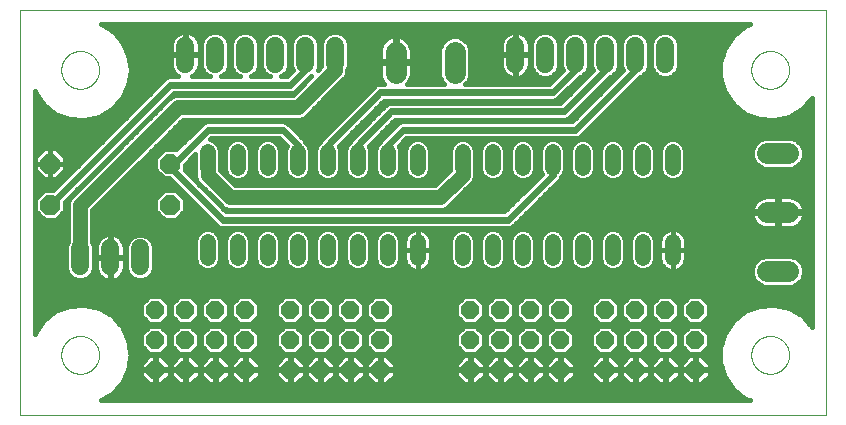
<source format=gtl>
G75*
%MOIN*%
%OFA0B0*%
%FSLAX25Y25*%
%IPPOS*%
%LPD*%
%AMOC8*
5,1,8,0,0,1.08239X$1,22.5*
%
%ADD10C,0.00000*%
%ADD11C,0.05200*%
%ADD12C,0.06000*%
%ADD13OC8,0.06000*%
%ADD14OC8,0.06600*%
%ADD15C,0.07050*%
%ADD16C,0.01600*%
%ADD17C,0.05000*%
%ADD18C,0.02400*%
D10*
X0001800Y0001800D02*
X0001800Y0136761D01*
X0270501Y0136761D01*
X0270501Y0001800D01*
X0001800Y0001800D01*
X0015501Y0021800D02*
X0015503Y0021958D01*
X0015509Y0022116D01*
X0015519Y0022274D01*
X0015533Y0022432D01*
X0015551Y0022589D01*
X0015572Y0022746D01*
X0015598Y0022902D01*
X0015628Y0023058D01*
X0015661Y0023213D01*
X0015699Y0023366D01*
X0015740Y0023519D01*
X0015785Y0023671D01*
X0015834Y0023822D01*
X0015887Y0023971D01*
X0015943Y0024119D01*
X0016003Y0024265D01*
X0016067Y0024410D01*
X0016135Y0024553D01*
X0016206Y0024695D01*
X0016280Y0024835D01*
X0016358Y0024972D01*
X0016440Y0025108D01*
X0016524Y0025242D01*
X0016613Y0025373D01*
X0016704Y0025502D01*
X0016799Y0025629D01*
X0016896Y0025754D01*
X0016997Y0025876D01*
X0017101Y0025995D01*
X0017208Y0026112D01*
X0017318Y0026226D01*
X0017431Y0026337D01*
X0017546Y0026446D01*
X0017664Y0026551D01*
X0017785Y0026653D01*
X0017908Y0026753D01*
X0018034Y0026849D01*
X0018162Y0026942D01*
X0018292Y0027032D01*
X0018425Y0027118D01*
X0018560Y0027202D01*
X0018696Y0027281D01*
X0018835Y0027358D01*
X0018976Y0027430D01*
X0019118Y0027500D01*
X0019262Y0027565D01*
X0019408Y0027627D01*
X0019555Y0027685D01*
X0019704Y0027740D01*
X0019854Y0027791D01*
X0020005Y0027838D01*
X0020157Y0027881D01*
X0020310Y0027920D01*
X0020465Y0027956D01*
X0020620Y0027987D01*
X0020776Y0028015D01*
X0020932Y0028039D01*
X0021089Y0028059D01*
X0021247Y0028075D01*
X0021404Y0028087D01*
X0021563Y0028095D01*
X0021721Y0028099D01*
X0021879Y0028099D01*
X0022037Y0028095D01*
X0022196Y0028087D01*
X0022353Y0028075D01*
X0022511Y0028059D01*
X0022668Y0028039D01*
X0022824Y0028015D01*
X0022980Y0027987D01*
X0023135Y0027956D01*
X0023290Y0027920D01*
X0023443Y0027881D01*
X0023595Y0027838D01*
X0023746Y0027791D01*
X0023896Y0027740D01*
X0024045Y0027685D01*
X0024192Y0027627D01*
X0024338Y0027565D01*
X0024482Y0027500D01*
X0024624Y0027430D01*
X0024765Y0027358D01*
X0024904Y0027281D01*
X0025040Y0027202D01*
X0025175Y0027118D01*
X0025308Y0027032D01*
X0025438Y0026942D01*
X0025566Y0026849D01*
X0025692Y0026753D01*
X0025815Y0026653D01*
X0025936Y0026551D01*
X0026054Y0026446D01*
X0026169Y0026337D01*
X0026282Y0026226D01*
X0026392Y0026112D01*
X0026499Y0025995D01*
X0026603Y0025876D01*
X0026704Y0025754D01*
X0026801Y0025629D01*
X0026896Y0025502D01*
X0026987Y0025373D01*
X0027076Y0025242D01*
X0027160Y0025108D01*
X0027242Y0024972D01*
X0027320Y0024835D01*
X0027394Y0024695D01*
X0027465Y0024553D01*
X0027533Y0024410D01*
X0027597Y0024265D01*
X0027657Y0024119D01*
X0027713Y0023971D01*
X0027766Y0023822D01*
X0027815Y0023671D01*
X0027860Y0023519D01*
X0027901Y0023366D01*
X0027939Y0023213D01*
X0027972Y0023058D01*
X0028002Y0022902D01*
X0028028Y0022746D01*
X0028049Y0022589D01*
X0028067Y0022432D01*
X0028081Y0022274D01*
X0028091Y0022116D01*
X0028097Y0021958D01*
X0028099Y0021800D01*
X0028097Y0021642D01*
X0028091Y0021484D01*
X0028081Y0021326D01*
X0028067Y0021168D01*
X0028049Y0021011D01*
X0028028Y0020854D01*
X0028002Y0020698D01*
X0027972Y0020542D01*
X0027939Y0020387D01*
X0027901Y0020234D01*
X0027860Y0020081D01*
X0027815Y0019929D01*
X0027766Y0019778D01*
X0027713Y0019629D01*
X0027657Y0019481D01*
X0027597Y0019335D01*
X0027533Y0019190D01*
X0027465Y0019047D01*
X0027394Y0018905D01*
X0027320Y0018765D01*
X0027242Y0018628D01*
X0027160Y0018492D01*
X0027076Y0018358D01*
X0026987Y0018227D01*
X0026896Y0018098D01*
X0026801Y0017971D01*
X0026704Y0017846D01*
X0026603Y0017724D01*
X0026499Y0017605D01*
X0026392Y0017488D01*
X0026282Y0017374D01*
X0026169Y0017263D01*
X0026054Y0017154D01*
X0025936Y0017049D01*
X0025815Y0016947D01*
X0025692Y0016847D01*
X0025566Y0016751D01*
X0025438Y0016658D01*
X0025308Y0016568D01*
X0025175Y0016482D01*
X0025040Y0016398D01*
X0024904Y0016319D01*
X0024765Y0016242D01*
X0024624Y0016170D01*
X0024482Y0016100D01*
X0024338Y0016035D01*
X0024192Y0015973D01*
X0024045Y0015915D01*
X0023896Y0015860D01*
X0023746Y0015809D01*
X0023595Y0015762D01*
X0023443Y0015719D01*
X0023290Y0015680D01*
X0023135Y0015644D01*
X0022980Y0015613D01*
X0022824Y0015585D01*
X0022668Y0015561D01*
X0022511Y0015541D01*
X0022353Y0015525D01*
X0022196Y0015513D01*
X0022037Y0015505D01*
X0021879Y0015501D01*
X0021721Y0015501D01*
X0021563Y0015505D01*
X0021404Y0015513D01*
X0021247Y0015525D01*
X0021089Y0015541D01*
X0020932Y0015561D01*
X0020776Y0015585D01*
X0020620Y0015613D01*
X0020465Y0015644D01*
X0020310Y0015680D01*
X0020157Y0015719D01*
X0020005Y0015762D01*
X0019854Y0015809D01*
X0019704Y0015860D01*
X0019555Y0015915D01*
X0019408Y0015973D01*
X0019262Y0016035D01*
X0019118Y0016100D01*
X0018976Y0016170D01*
X0018835Y0016242D01*
X0018696Y0016319D01*
X0018560Y0016398D01*
X0018425Y0016482D01*
X0018292Y0016568D01*
X0018162Y0016658D01*
X0018034Y0016751D01*
X0017908Y0016847D01*
X0017785Y0016947D01*
X0017664Y0017049D01*
X0017546Y0017154D01*
X0017431Y0017263D01*
X0017318Y0017374D01*
X0017208Y0017488D01*
X0017101Y0017605D01*
X0016997Y0017724D01*
X0016896Y0017846D01*
X0016799Y0017971D01*
X0016704Y0018098D01*
X0016613Y0018227D01*
X0016524Y0018358D01*
X0016440Y0018492D01*
X0016358Y0018628D01*
X0016280Y0018765D01*
X0016206Y0018905D01*
X0016135Y0019047D01*
X0016067Y0019190D01*
X0016003Y0019335D01*
X0015943Y0019481D01*
X0015887Y0019629D01*
X0015834Y0019778D01*
X0015785Y0019929D01*
X0015740Y0020081D01*
X0015699Y0020234D01*
X0015661Y0020387D01*
X0015628Y0020542D01*
X0015598Y0020698D01*
X0015572Y0020854D01*
X0015551Y0021011D01*
X0015533Y0021168D01*
X0015519Y0021326D01*
X0015509Y0021484D01*
X0015503Y0021642D01*
X0015501Y0021800D01*
X0015501Y0116800D02*
X0015503Y0116958D01*
X0015509Y0117116D01*
X0015519Y0117274D01*
X0015533Y0117432D01*
X0015551Y0117589D01*
X0015572Y0117746D01*
X0015598Y0117902D01*
X0015628Y0118058D01*
X0015661Y0118213D01*
X0015699Y0118366D01*
X0015740Y0118519D01*
X0015785Y0118671D01*
X0015834Y0118822D01*
X0015887Y0118971D01*
X0015943Y0119119D01*
X0016003Y0119265D01*
X0016067Y0119410D01*
X0016135Y0119553D01*
X0016206Y0119695D01*
X0016280Y0119835D01*
X0016358Y0119972D01*
X0016440Y0120108D01*
X0016524Y0120242D01*
X0016613Y0120373D01*
X0016704Y0120502D01*
X0016799Y0120629D01*
X0016896Y0120754D01*
X0016997Y0120876D01*
X0017101Y0120995D01*
X0017208Y0121112D01*
X0017318Y0121226D01*
X0017431Y0121337D01*
X0017546Y0121446D01*
X0017664Y0121551D01*
X0017785Y0121653D01*
X0017908Y0121753D01*
X0018034Y0121849D01*
X0018162Y0121942D01*
X0018292Y0122032D01*
X0018425Y0122118D01*
X0018560Y0122202D01*
X0018696Y0122281D01*
X0018835Y0122358D01*
X0018976Y0122430D01*
X0019118Y0122500D01*
X0019262Y0122565D01*
X0019408Y0122627D01*
X0019555Y0122685D01*
X0019704Y0122740D01*
X0019854Y0122791D01*
X0020005Y0122838D01*
X0020157Y0122881D01*
X0020310Y0122920D01*
X0020465Y0122956D01*
X0020620Y0122987D01*
X0020776Y0123015D01*
X0020932Y0123039D01*
X0021089Y0123059D01*
X0021247Y0123075D01*
X0021404Y0123087D01*
X0021563Y0123095D01*
X0021721Y0123099D01*
X0021879Y0123099D01*
X0022037Y0123095D01*
X0022196Y0123087D01*
X0022353Y0123075D01*
X0022511Y0123059D01*
X0022668Y0123039D01*
X0022824Y0123015D01*
X0022980Y0122987D01*
X0023135Y0122956D01*
X0023290Y0122920D01*
X0023443Y0122881D01*
X0023595Y0122838D01*
X0023746Y0122791D01*
X0023896Y0122740D01*
X0024045Y0122685D01*
X0024192Y0122627D01*
X0024338Y0122565D01*
X0024482Y0122500D01*
X0024624Y0122430D01*
X0024765Y0122358D01*
X0024904Y0122281D01*
X0025040Y0122202D01*
X0025175Y0122118D01*
X0025308Y0122032D01*
X0025438Y0121942D01*
X0025566Y0121849D01*
X0025692Y0121753D01*
X0025815Y0121653D01*
X0025936Y0121551D01*
X0026054Y0121446D01*
X0026169Y0121337D01*
X0026282Y0121226D01*
X0026392Y0121112D01*
X0026499Y0120995D01*
X0026603Y0120876D01*
X0026704Y0120754D01*
X0026801Y0120629D01*
X0026896Y0120502D01*
X0026987Y0120373D01*
X0027076Y0120242D01*
X0027160Y0120108D01*
X0027242Y0119972D01*
X0027320Y0119835D01*
X0027394Y0119695D01*
X0027465Y0119553D01*
X0027533Y0119410D01*
X0027597Y0119265D01*
X0027657Y0119119D01*
X0027713Y0118971D01*
X0027766Y0118822D01*
X0027815Y0118671D01*
X0027860Y0118519D01*
X0027901Y0118366D01*
X0027939Y0118213D01*
X0027972Y0118058D01*
X0028002Y0117902D01*
X0028028Y0117746D01*
X0028049Y0117589D01*
X0028067Y0117432D01*
X0028081Y0117274D01*
X0028091Y0117116D01*
X0028097Y0116958D01*
X0028099Y0116800D01*
X0028097Y0116642D01*
X0028091Y0116484D01*
X0028081Y0116326D01*
X0028067Y0116168D01*
X0028049Y0116011D01*
X0028028Y0115854D01*
X0028002Y0115698D01*
X0027972Y0115542D01*
X0027939Y0115387D01*
X0027901Y0115234D01*
X0027860Y0115081D01*
X0027815Y0114929D01*
X0027766Y0114778D01*
X0027713Y0114629D01*
X0027657Y0114481D01*
X0027597Y0114335D01*
X0027533Y0114190D01*
X0027465Y0114047D01*
X0027394Y0113905D01*
X0027320Y0113765D01*
X0027242Y0113628D01*
X0027160Y0113492D01*
X0027076Y0113358D01*
X0026987Y0113227D01*
X0026896Y0113098D01*
X0026801Y0112971D01*
X0026704Y0112846D01*
X0026603Y0112724D01*
X0026499Y0112605D01*
X0026392Y0112488D01*
X0026282Y0112374D01*
X0026169Y0112263D01*
X0026054Y0112154D01*
X0025936Y0112049D01*
X0025815Y0111947D01*
X0025692Y0111847D01*
X0025566Y0111751D01*
X0025438Y0111658D01*
X0025308Y0111568D01*
X0025175Y0111482D01*
X0025040Y0111398D01*
X0024904Y0111319D01*
X0024765Y0111242D01*
X0024624Y0111170D01*
X0024482Y0111100D01*
X0024338Y0111035D01*
X0024192Y0110973D01*
X0024045Y0110915D01*
X0023896Y0110860D01*
X0023746Y0110809D01*
X0023595Y0110762D01*
X0023443Y0110719D01*
X0023290Y0110680D01*
X0023135Y0110644D01*
X0022980Y0110613D01*
X0022824Y0110585D01*
X0022668Y0110561D01*
X0022511Y0110541D01*
X0022353Y0110525D01*
X0022196Y0110513D01*
X0022037Y0110505D01*
X0021879Y0110501D01*
X0021721Y0110501D01*
X0021563Y0110505D01*
X0021404Y0110513D01*
X0021247Y0110525D01*
X0021089Y0110541D01*
X0020932Y0110561D01*
X0020776Y0110585D01*
X0020620Y0110613D01*
X0020465Y0110644D01*
X0020310Y0110680D01*
X0020157Y0110719D01*
X0020005Y0110762D01*
X0019854Y0110809D01*
X0019704Y0110860D01*
X0019555Y0110915D01*
X0019408Y0110973D01*
X0019262Y0111035D01*
X0019118Y0111100D01*
X0018976Y0111170D01*
X0018835Y0111242D01*
X0018696Y0111319D01*
X0018560Y0111398D01*
X0018425Y0111482D01*
X0018292Y0111568D01*
X0018162Y0111658D01*
X0018034Y0111751D01*
X0017908Y0111847D01*
X0017785Y0111947D01*
X0017664Y0112049D01*
X0017546Y0112154D01*
X0017431Y0112263D01*
X0017318Y0112374D01*
X0017208Y0112488D01*
X0017101Y0112605D01*
X0016997Y0112724D01*
X0016896Y0112846D01*
X0016799Y0112971D01*
X0016704Y0113098D01*
X0016613Y0113227D01*
X0016524Y0113358D01*
X0016440Y0113492D01*
X0016358Y0113628D01*
X0016280Y0113765D01*
X0016206Y0113905D01*
X0016135Y0114047D01*
X0016067Y0114190D01*
X0016003Y0114335D01*
X0015943Y0114481D01*
X0015887Y0114629D01*
X0015834Y0114778D01*
X0015785Y0114929D01*
X0015740Y0115081D01*
X0015699Y0115234D01*
X0015661Y0115387D01*
X0015628Y0115542D01*
X0015598Y0115698D01*
X0015572Y0115854D01*
X0015551Y0116011D01*
X0015533Y0116168D01*
X0015519Y0116326D01*
X0015509Y0116484D01*
X0015503Y0116642D01*
X0015501Y0116800D01*
X0245501Y0116800D02*
X0245503Y0116958D01*
X0245509Y0117116D01*
X0245519Y0117274D01*
X0245533Y0117432D01*
X0245551Y0117589D01*
X0245572Y0117746D01*
X0245598Y0117902D01*
X0245628Y0118058D01*
X0245661Y0118213D01*
X0245699Y0118366D01*
X0245740Y0118519D01*
X0245785Y0118671D01*
X0245834Y0118822D01*
X0245887Y0118971D01*
X0245943Y0119119D01*
X0246003Y0119265D01*
X0246067Y0119410D01*
X0246135Y0119553D01*
X0246206Y0119695D01*
X0246280Y0119835D01*
X0246358Y0119972D01*
X0246440Y0120108D01*
X0246524Y0120242D01*
X0246613Y0120373D01*
X0246704Y0120502D01*
X0246799Y0120629D01*
X0246896Y0120754D01*
X0246997Y0120876D01*
X0247101Y0120995D01*
X0247208Y0121112D01*
X0247318Y0121226D01*
X0247431Y0121337D01*
X0247546Y0121446D01*
X0247664Y0121551D01*
X0247785Y0121653D01*
X0247908Y0121753D01*
X0248034Y0121849D01*
X0248162Y0121942D01*
X0248292Y0122032D01*
X0248425Y0122118D01*
X0248560Y0122202D01*
X0248696Y0122281D01*
X0248835Y0122358D01*
X0248976Y0122430D01*
X0249118Y0122500D01*
X0249262Y0122565D01*
X0249408Y0122627D01*
X0249555Y0122685D01*
X0249704Y0122740D01*
X0249854Y0122791D01*
X0250005Y0122838D01*
X0250157Y0122881D01*
X0250310Y0122920D01*
X0250465Y0122956D01*
X0250620Y0122987D01*
X0250776Y0123015D01*
X0250932Y0123039D01*
X0251089Y0123059D01*
X0251247Y0123075D01*
X0251404Y0123087D01*
X0251563Y0123095D01*
X0251721Y0123099D01*
X0251879Y0123099D01*
X0252037Y0123095D01*
X0252196Y0123087D01*
X0252353Y0123075D01*
X0252511Y0123059D01*
X0252668Y0123039D01*
X0252824Y0123015D01*
X0252980Y0122987D01*
X0253135Y0122956D01*
X0253290Y0122920D01*
X0253443Y0122881D01*
X0253595Y0122838D01*
X0253746Y0122791D01*
X0253896Y0122740D01*
X0254045Y0122685D01*
X0254192Y0122627D01*
X0254338Y0122565D01*
X0254482Y0122500D01*
X0254624Y0122430D01*
X0254765Y0122358D01*
X0254904Y0122281D01*
X0255040Y0122202D01*
X0255175Y0122118D01*
X0255308Y0122032D01*
X0255438Y0121942D01*
X0255566Y0121849D01*
X0255692Y0121753D01*
X0255815Y0121653D01*
X0255936Y0121551D01*
X0256054Y0121446D01*
X0256169Y0121337D01*
X0256282Y0121226D01*
X0256392Y0121112D01*
X0256499Y0120995D01*
X0256603Y0120876D01*
X0256704Y0120754D01*
X0256801Y0120629D01*
X0256896Y0120502D01*
X0256987Y0120373D01*
X0257076Y0120242D01*
X0257160Y0120108D01*
X0257242Y0119972D01*
X0257320Y0119835D01*
X0257394Y0119695D01*
X0257465Y0119553D01*
X0257533Y0119410D01*
X0257597Y0119265D01*
X0257657Y0119119D01*
X0257713Y0118971D01*
X0257766Y0118822D01*
X0257815Y0118671D01*
X0257860Y0118519D01*
X0257901Y0118366D01*
X0257939Y0118213D01*
X0257972Y0118058D01*
X0258002Y0117902D01*
X0258028Y0117746D01*
X0258049Y0117589D01*
X0258067Y0117432D01*
X0258081Y0117274D01*
X0258091Y0117116D01*
X0258097Y0116958D01*
X0258099Y0116800D01*
X0258097Y0116642D01*
X0258091Y0116484D01*
X0258081Y0116326D01*
X0258067Y0116168D01*
X0258049Y0116011D01*
X0258028Y0115854D01*
X0258002Y0115698D01*
X0257972Y0115542D01*
X0257939Y0115387D01*
X0257901Y0115234D01*
X0257860Y0115081D01*
X0257815Y0114929D01*
X0257766Y0114778D01*
X0257713Y0114629D01*
X0257657Y0114481D01*
X0257597Y0114335D01*
X0257533Y0114190D01*
X0257465Y0114047D01*
X0257394Y0113905D01*
X0257320Y0113765D01*
X0257242Y0113628D01*
X0257160Y0113492D01*
X0257076Y0113358D01*
X0256987Y0113227D01*
X0256896Y0113098D01*
X0256801Y0112971D01*
X0256704Y0112846D01*
X0256603Y0112724D01*
X0256499Y0112605D01*
X0256392Y0112488D01*
X0256282Y0112374D01*
X0256169Y0112263D01*
X0256054Y0112154D01*
X0255936Y0112049D01*
X0255815Y0111947D01*
X0255692Y0111847D01*
X0255566Y0111751D01*
X0255438Y0111658D01*
X0255308Y0111568D01*
X0255175Y0111482D01*
X0255040Y0111398D01*
X0254904Y0111319D01*
X0254765Y0111242D01*
X0254624Y0111170D01*
X0254482Y0111100D01*
X0254338Y0111035D01*
X0254192Y0110973D01*
X0254045Y0110915D01*
X0253896Y0110860D01*
X0253746Y0110809D01*
X0253595Y0110762D01*
X0253443Y0110719D01*
X0253290Y0110680D01*
X0253135Y0110644D01*
X0252980Y0110613D01*
X0252824Y0110585D01*
X0252668Y0110561D01*
X0252511Y0110541D01*
X0252353Y0110525D01*
X0252196Y0110513D01*
X0252037Y0110505D01*
X0251879Y0110501D01*
X0251721Y0110501D01*
X0251563Y0110505D01*
X0251404Y0110513D01*
X0251247Y0110525D01*
X0251089Y0110541D01*
X0250932Y0110561D01*
X0250776Y0110585D01*
X0250620Y0110613D01*
X0250465Y0110644D01*
X0250310Y0110680D01*
X0250157Y0110719D01*
X0250005Y0110762D01*
X0249854Y0110809D01*
X0249704Y0110860D01*
X0249555Y0110915D01*
X0249408Y0110973D01*
X0249262Y0111035D01*
X0249118Y0111100D01*
X0248976Y0111170D01*
X0248835Y0111242D01*
X0248696Y0111319D01*
X0248560Y0111398D01*
X0248425Y0111482D01*
X0248292Y0111568D01*
X0248162Y0111658D01*
X0248034Y0111751D01*
X0247908Y0111847D01*
X0247785Y0111947D01*
X0247664Y0112049D01*
X0247546Y0112154D01*
X0247431Y0112263D01*
X0247318Y0112374D01*
X0247208Y0112488D01*
X0247101Y0112605D01*
X0246997Y0112724D01*
X0246896Y0112846D01*
X0246799Y0112971D01*
X0246704Y0113098D01*
X0246613Y0113227D01*
X0246524Y0113358D01*
X0246440Y0113492D01*
X0246358Y0113628D01*
X0246280Y0113765D01*
X0246206Y0113905D01*
X0246135Y0114047D01*
X0246067Y0114190D01*
X0246003Y0114335D01*
X0245943Y0114481D01*
X0245887Y0114629D01*
X0245834Y0114778D01*
X0245785Y0114929D01*
X0245740Y0115081D01*
X0245699Y0115234D01*
X0245661Y0115387D01*
X0245628Y0115542D01*
X0245598Y0115698D01*
X0245572Y0115854D01*
X0245551Y0116011D01*
X0245533Y0116168D01*
X0245519Y0116326D01*
X0245509Y0116484D01*
X0245503Y0116642D01*
X0245501Y0116800D01*
X0245501Y0021800D02*
X0245503Y0021958D01*
X0245509Y0022116D01*
X0245519Y0022274D01*
X0245533Y0022432D01*
X0245551Y0022589D01*
X0245572Y0022746D01*
X0245598Y0022902D01*
X0245628Y0023058D01*
X0245661Y0023213D01*
X0245699Y0023366D01*
X0245740Y0023519D01*
X0245785Y0023671D01*
X0245834Y0023822D01*
X0245887Y0023971D01*
X0245943Y0024119D01*
X0246003Y0024265D01*
X0246067Y0024410D01*
X0246135Y0024553D01*
X0246206Y0024695D01*
X0246280Y0024835D01*
X0246358Y0024972D01*
X0246440Y0025108D01*
X0246524Y0025242D01*
X0246613Y0025373D01*
X0246704Y0025502D01*
X0246799Y0025629D01*
X0246896Y0025754D01*
X0246997Y0025876D01*
X0247101Y0025995D01*
X0247208Y0026112D01*
X0247318Y0026226D01*
X0247431Y0026337D01*
X0247546Y0026446D01*
X0247664Y0026551D01*
X0247785Y0026653D01*
X0247908Y0026753D01*
X0248034Y0026849D01*
X0248162Y0026942D01*
X0248292Y0027032D01*
X0248425Y0027118D01*
X0248560Y0027202D01*
X0248696Y0027281D01*
X0248835Y0027358D01*
X0248976Y0027430D01*
X0249118Y0027500D01*
X0249262Y0027565D01*
X0249408Y0027627D01*
X0249555Y0027685D01*
X0249704Y0027740D01*
X0249854Y0027791D01*
X0250005Y0027838D01*
X0250157Y0027881D01*
X0250310Y0027920D01*
X0250465Y0027956D01*
X0250620Y0027987D01*
X0250776Y0028015D01*
X0250932Y0028039D01*
X0251089Y0028059D01*
X0251247Y0028075D01*
X0251404Y0028087D01*
X0251563Y0028095D01*
X0251721Y0028099D01*
X0251879Y0028099D01*
X0252037Y0028095D01*
X0252196Y0028087D01*
X0252353Y0028075D01*
X0252511Y0028059D01*
X0252668Y0028039D01*
X0252824Y0028015D01*
X0252980Y0027987D01*
X0253135Y0027956D01*
X0253290Y0027920D01*
X0253443Y0027881D01*
X0253595Y0027838D01*
X0253746Y0027791D01*
X0253896Y0027740D01*
X0254045Y0027685D01*
X0254192Y0027627D01*
X0254338Y0027565D01*
X0254482Y0027500D01*
X0254624Y0027430D01*
X0254765Y0027358D01*
X0254904Y0027281D01*
X0255040Y0027202D01*
X0255175Y0027118D01*
X0255308Y0027032D01*
X0255438Y0026942D01*
X0255566Y0026849D01*
X0255692Y0026753D01*
X0255815Y0026653D01*
X0255936Y0026551D01*
X0256054Y0026446D01*
X0256169Y0026337D01*
X0256282Y0026226D01*
X0256392Y0026112D01*
X0256499Y0025995D01*
X0256603Y0025876D01*
X0256704Y0025754D01*
X0256801Y0025629D01*
X0256896Y0025502D01*
X0256987Y0025373D01*
X0257076Y0025242D01*
X0257160Y0025108D01*
X0257242Y0024972D01*
X0257320Y0024835D01*
X0257394Y0024695D01*
X0257465Y0024553D01*
X0257533Y0024410D01*
X0257597Y0024265D01*
X0257657Y0024119D01*
X0257713Y0023971D01*
X0257766Y0023822D01*
X0257815Y0023671D01*
X0257860Y0023519D01*
X0257901Y0023366D01*
X0257939Y0023213D01*
X0257972Y0023058D01*
X0258002Y0022902D01*
X0258028Y0022746D01*
X0258049Y0022589D01*
X0258067Y0022432D01*
X0258081Y0022274D01*
X0258091Y0022116D01*
X0258097Y0021958D01*
X0258099Y0021800D01*
X0258097Y0021642D01*
X0258091Y0021484D01*
X0258081Y0021326D01*
X0258067Y0021168D01*
X0258049Y0021011D01*
X0258028Y0020854D01*
X0258002Y0020698D01*
X0257972Y0020542D01*
X0257939Y0020387D01*
X0257901Y0020234D01*
X0257860Y0020081D01*
X0257815Y0019929D01*
X0257766Y0019778D01*
X0257713Y0019629D01*
X0257657Y0019481D01*
X0257597Y0019335D01*
X0257533Y0019190D01*
X0257465Y0019047D01*
X0257394Y0018905D01*
X0257320Y0018765D01*
X0257242Y0018628D01*
X0257160Y0018492D01*
X0257076Y0018358D01*
X0256987Y0018227D01*
X0256896Y0018098D01*
X0256801Y0017971D01*
X0256704Y0017846D01*
X0256603Y0017724D01*
X0256499Y0017605D01*
X0256392Y0017488D01*
X0256282Y0017374D01*
X0256169Y0017263D01*
X0256054Y0017154D01*
X0255936Y0017049D01*
X0255815Y0016947D01*
X0255692Y0016847D01*
X0255566Y0016751D01*
X0255438Y0016658D01*
X0255308Y0016568D01*
X0255175Y0016482D01*
X0255040Y0016398D01*
X0254904Y0016319D01*
X0254765Y0016242D01*
X0254624Y0016170D01*
X0254482Y0016100D01*
X0254338Y0016035D01*
X0254192Y0015973D01*
X0254045Y0015915D01*
X0253896Y0015860D01*
X0253746Y0015809D01*
X0253595Y0015762D01*
X0253443Y0015719D01*
X0253290Y0015680D01*
X0253135Y0015644D01*
X0252980Y0015613D01*
X0252824Y0015585D01*
X0252668Y0015561D01*
X0252511Y0015541D01*
X0252353Y0015525D01*
X0252196Y0015513D01*
X0252037Y0015505D01*
X0251879Y0015501D01*
X0251721Y0015501D01*
X0251563Y0015505D01*
X0251404Y0015513D01*
X0251247Y0015525D01*
X0251089Y0015541D01*
X0250932Y0015561D01*
X0250776Y0015585D01*
X0250620Y0015613D01*
X0250465Y0015644D01*
X0250310Y0015680D01*
X0250157Y0015719D01*
X0250005Y0015762D01*
X0249854Y0015809D01*
X0249704Y0015860D01*
X0249555Y0015915D01*
X0249408Y0015973D01*
X0249262Y0016035D01*
X0249118Y0016100D01*
X0248976Y0016170D01*
X0248835Y0016242D01*
X0248696Y0016319D01*
X0248560Y0016398D01*
X0248425Y0016482D01*
X0248292Y0016568D01*
X0248162Y0016658D01*
X0248034Y0016751D01*
X0247908Y0016847D01*
X0247785Y0016947D01*
X0247664Y0017049D01*
X0247546Y0017154D01*
X0247431Y0017263D01*
X0247318Y0017374D01*
X0247208Y0017488D01*
X0247101Y0017605D01*
X0246997Y0017724D01*
X0246896Y0017846D01*
X0246799Y0017971D01*
X0246704Y0018098D01*
X0246613Y0018227D01*
X0246524Y0018358D01*
X0246440Y0018492D01*
X0246358Y0018628D01*
X0246280Y0018765D01*
X0246206Y0018905D01*
X0246135Y0019047D01*
X0246067Y0019190D01*
X0246003Y0019335D01*
X0245943Y0019481D01*
X0245887Y0019629D01*
X0245834Y0019778D01*
X0245785Y0019929D01*
X0245740Y0020081D01*
X0245699Y0020234D01*
X0245661Y0020387D01*
X0245628Y0020542D01*
X0245598Y0020698D01*
X0245572Y0020854D01*
X0245551Y0021011D01*
X0245533Y0021168D01*
X0245519Y0021326D01*
X0245509Y0021484D01*
X0245503Y0021642D01*
X0245501Y0021800D01*
D11*
X0219300Y0054200D02*
X0219300Y0059400D01*
X0209300Y0059400D02*
X0209300Y0054200D01*
X0199300Y0054200D02*
X0199300Y0059400D01*
X0189300Y0059400D02*
X0189300Y0054200D01*
X0179300Y0054200D02*
X0179300Y0059400D01*
X0169300Y0059400D02*
X0169300Y0054200D01*
X0159300Y0054200D02*
X0159300Y0059400D01*
X0149300Y0059400D02*
X0149300Y0054200D01*
X0134300Y0054200D02*
X0134300Y0059400D01*
X0124300Y0059400D02*
X0124300Y0054200D01*
X0114300Y0054200D02*
X0114300Y0059400D01*
X0104300Y0059400D02*
X0104300Y0054200D01*
X0094300Y0054200D02*
X0094300Y0059400D01*
X0084300Y0059400D02*
X0084300Y0054200D01*
X0074300Y0054200D02*
X0074300Y0059400D01*
X0064300Y0059400D02*
X0064300Y0054200D01*
X0064300Y0084200D02*
X0064300Y0089400D01*
X0074300Y0089400D02*
X0074300Y0084200D01*
X0084300Y0084200D02*
X0084300Y0089400D01*
X0094300Y0089400D02*
X0094300Y0084200D01*
X0104300Y0084200D02*
X0104300Y0089400D01*
X0114300Y0089400D02*
X0114300Y0084200D01*
X0124300Y0084200D02*
X0124300Y0089400D01*
X0134300Y0089400D02*
X0134300Y0084200D01*
X0149300Y0084200D02*
X0149300Y0089400D01*
X0159300Y0089400D02*
X0159300Y0084200D01*
X0169300Y0084200D02*
X0169300Y0089400D01*
X0179300Y0089400D02*
X0179300Y0084200D01*
X0189300Y0084200D02*
X0189300Y0089400D01*
X0199300Y0089400D02*
X0199300Y0084200D01*
X0209300Y0084200D02*
X0209300Y0089400D01*
X0219300Y0089400D02*
X0219300Y0084200D01*
D12*
X0216800Y0118800D02*
X0216800Y0124800D01*
X0206800Y0124800D02*
X0206800Y0118800D01*
X0196800Y0118800D02*
X0196800Y0124800D01*
X0186800Y0124800D02*
X0186800Y0118800D01*
X0176800Y0118800D02*
X0176800Y0124800D01*
X0166800Y0124800D02*
X0166800Y0118800D01*
X0106800Y0118800D02*
X0106800Y0124800D01*
X0096800Y0124800D02*
X0096800Y0118800D01*
X0086800Y0118800D02*
X0086800Y0124800D01*
X0076800Y0124800D02*
X0076800Y0118800D01*
X0066800Y0118800D02*
X0066800Y0124800D01*
X0056800Y0124800D02*
X0056800Y0118800D01*
X0041800Y0057300D02*
X0041800Y0051300D01*
X0031800Y0051300D02*
X0031800Y0057300D01*
X0021800Y0057300D02*
X0021800Y0051300D01*
D13*
X0046800Y0036800D03*
X0056800Y0036800D03*
X0066800Y0036800D03*
X0076800Y0036800D03*
X0091800Y0036800D03*
X0101800Y0036800D03*
X0111800Y0036800D03*
X0121800Y0036800D03*
X0121800Y0026800D03*
X0121800Y0026800D03*
X0111800Y0026800D03*
X0111800Y0026800D03*
X0101800Y0026800D03*
X0101800Y0026800D03*
X0091800Y0026800D03*
X0091800Y0026800D03*
X0076800Y0026800D03*
X0076800Y0026800D03*
X0066800Y0026800D03*
X0066800Y0026800D03*
X0056800Y0026800D03*
X0056800Y0026800D03*
X0046800Y0026800D03*
X0046800Y0026800D03*
X0046800Y0016800D03*
X0056800Y0016800D03*
X0066800Y0016800D03*
X0076800Y0016800D03*
X0091800Y0016800D03*
X0101800Y0016800D03*
X0111800Y0016800D03*
X0121800Y0016800D03*
X0151800Y0016800D03*
X0161800Y0016800D03*
X0171800Y0016800D03*
X0181800Y0016800D03*
X0196800Y0016800D03*
X0206800Y0016800D03*
X0216800Y0016800D03*
X0226800Y0016800D03*
X0226800Y0026800D03*
X0226800Y0026800D03*
X0216800Y0026800D03*
X0216800Y0026800D03*
X0206800Y0026800D03*
X0206800Y0026800D03*
X0196800Y0026800D03*
X0196800Y0026800D03*
X0181800Y0026800D03*
X0181800Y0026800D03*
X0171800Y0026800D03*
X0171800Y0026800D03*
X0161800Y0026800D03*
X0161800Y0026800D03*
X0151800Y0026800D03*
X0151800Y0026800D03*
X0151800Y0036800D03*
X0161800Y0036800D03*
X0171800Y0036800D03*
X0181800Y0036800D03*
X0196800Y0036800D03*
X0206800Y0036800D03*
X0216800Y0036800D03*
X0226800Y0036800D03*
D14*
X0051800Y0071800D03*
X0051800Y0085550D03*
X0011800Y0085550D03*
X0011800Y0071800D03*
D15*
X0126957Y0115775D02*
X0126957Y0122825D01*
X0146643Y0122825D02*
X0146643Y0115775D01*
X0250854Y0088985D02*
X0257904Y0088985D01*
X0257904Y0069300D02*
X0250854Y0069300D01*
X0250854Y0049615D02*
X0257904Y0049615D01*
D16*
X0263029Y0049755D02*
X0265701Y0049755D01*
X0265701Y0048157D02*
X0262847Y0048157D01*
X0263029Y0048596D02*
X0262248Y0046712D01*
X0260807Y0045270D01*
X0258923Y0044490D01*
X0249834Y0044490D01*
X0247951Y0045270D01*
X0246509Y0046712D01*
X0245729Y0048596D01*
X0245729Y0050634D01*
X0246509Y0052518D01*
X0247951Y0053960D01*
X0249834Y0054740D01*
X0258923Y0054740D01*
X0260807Y0053960D01*
X0262248Y0052518D01*
X0263029Y0050634D01*
X0263029Y0048596D01*
X0262095Y0046558D02*
X0265701Y0046558D01*
X0265701Y0044960D02*
X0260057Y0044960D01*
X0265701Y0043361D02*
X0006600Y0043361D01*
X0006600Y0041763D02*
X0265701Y0041763D01*
X0265701Y0040164D02*
X0229941Y0040164D01*
X0228705Y0041400D02*
X0224895Y0041400D01*
X0222200Y0038705D01*
X0222200Y0034895D01*
X0224895Y0032200D01*
X0228705Y0032200D01*
X0231400Y0034895D01*
X0231400Y0038705D01*
X0228705Y0041400D01*
X0231400Y0038566D02*
X0265701Y0038566D01*
X0265701Y0036967D02*
X0258754Y0036967D01*
X0257938Y0037439D02*
X0257938Y0037439D01*
X0262275Y0034935D01*
X0262275Y0034935D01*
X0265681Y0031264D01*
X0265681Y0031264D01*
X0265701Y0031222D01*
X0265701Y0107378D01*
X0265681Y0107336D01*
X0265681Y0107336D01*
X0262275Y0103665D01*
X0262275Y0103665D01*
X0257938Y0101161D01*
X0257938Y0101161D01*
X0253055Y0100047D01*
X0253055Y0100047D01*
X0248062Y0100421D01*
X0248062Y0100421D01*
X0243400Y0102251D01*
X0243400Y0102251D01*
X0239485Y0105373D01*
X0239485Y0105373D01*
X0239485Y0105373D01*
X0236664Y0109511D01*
X0236664Y0109511D01*
X0235188Y0114296D01*
X0235188Y0119304D01*
X0236664Y0124089D01*
X0239485Y0128227D01*
X0239485Y0128227D01*
X0243400Y0131349D01*
X0243400Y0131349D01*
X0244958Y0131961D01*
X0028766Y0131961D01*
X0032275Y0129935D01*
X0032275Y0129935D01*
X0035681Y0126264D01*
X0035681Y0126264D01*
X0037854Y0121752D01*
X0037854Y0121752D01*
X0038600Y0116800D01*
X0037854Y0111848D01*
X0035681Y0107336D01*
X0035681Y0107336D01*
X0032275Y0103665D01*
X0032275Y0103665D01*
X0032275Y0103665D01*
X0027938Y0101161D01*
X0027938Y0101161D01*
X0023055Y0100047D01*
X0023055Y0100047D01*
X0018062Y0100421D01*
X0018062Y0100421D01*
X0013400Y0102251D01*
X0013400Y0102251D01*
X0009485Y0105373D01*
X0009485Y0105373D01*
X0009485Y0105373D01*
X0006664Y0109511D01*
X0006664Y0109511D01*
X0006600Y0109717D01*
X0006600Y0028883D01*
X0006664Y0029089D01*
X0006664Y0029089D01*
X0009485Y0033227D01*
X0009485Y0033227D01*
X0013400Y0036349D01*
X0013400Y0036349D01*
X0018062Y0038179D01*
X0018062Y0038179D01*
X0023055Y0038553D01*
X0023055Y0038553D01*
X0027938Y0037439D01*
X0027938Y0037439D01*
X0032275Y0034935D01*
X0032275Y0034935D01*
X0035681Y0031264D01*
X0035681Y0031264D01*
X0037854Y0026752D01*
X0037854Y0026752D01*
X0038600Y0021800D01*
X0037854Y0016848D01*
X0037854Y0016848D01*
X0035681Y0012336D01*
X0035681Y0012336D01*
X0032275Y0008665D01*
X0032275Y0008665D01*
X0028697Y0006600D01*
X0245058Y0006600D01*
X0243400Y0007251D01*
X0243400Y0007251D01*
X0239485Y0010373D01*
X0239485Y0010373D01*
X0239485Y0010373D01*
X0236664Y0014511D01*
X0236664Y0014511D01*
X0235188Y0019296D01*
X0235188Y0024304D01*
X0236664Y0029089D01*
X0236664Y0029089D01*
X0239485Y0033227D01*
X0239485Y0033227D01*
X0243400Y0036349D01*
X0243400Y0036349D01*
X0248062Y0038179D01*
X0248062Y0038179D01*
X0253055Y0038553D01*
X0253055Y0038553D01*
X0257938Y0037439D01*
X0261523Y0035369D02*
X0265701Y0035369D01*
X0265701Y0033770D02*
X0263355Y0033770D01*
X0264838Y0032172D02*
X0265701Y0032172D01*
X0244975Y0036967D02*
X0231400Y0036967D01*
X0231400Y0035369D02*
X0242171Y0035369D01*
X0240166Y0033770D02*
X0230276Y0033770D01*
X0228705Y0031400D02*
X0224895Y0031400D01*
X0222200Y0028705D01*
X0222200Y0024895D01*
X0224895Y0022200D01*
X0228705Y0022200D01*
X0231400Y0024895D01*
X0231400Y0028705D01*
X0228705Y0031400D01*
X0229532Y0030573D02*
X0237675Y0030573D01*
X0238765Y0032172D02*
X0034838Y0032172D01*
X0036013Y0030573D02*
X0044068Y0030573D01*
X0044895Y0031400D02*
X0042200Y0028705D01*
X0042200Y0024895D01*
X0044895Y0022200D01*
X0048705Y0022200D01*
X0051400Y0024895D01*
X0051400Y0028705D01*
X0048705Y0031400D01*
X0044895Y0031400D01*
X0044895Y0032200D02*
X0048705Y0032200D01*
X0051400Y0034895D01*
X0051400Y0038705D01*
X0048705Y0041400D01*
X0044895Y0041400D01*
X0042200Y0038705D01*
X0042200Y0034895D01*
X0044895Y0032200D01*
X0043324Y0033770D02*
X0033355Y0033770D01*
X0031523Y0035369D02*
X0042200Y0035369D01*
X0042200Y0036967D02*
X0028754Y0036967D01*
X0042200Y0038566D02*
X0006600Y0038566D01*
X0006600Y0040164D02*
X0043659Y0040164D01*
X0049941Y0040164D02*
X0053659Y0040164D01*
X0054895Y0041400D02*
X0052200Y0038705D01*
X0052200Y0034895D01*
X0054895Y0032200D01*
X0058705Y0032200D01*
X0061400Y0034895D01*
X0061400Y0038705D01*
X0058705Y0041400D01*
X0054895Y0041400D01*
X0052200Y0038566D02*
X0051400Y0038566D01*
X0051400Y0036967D02*
X0052200Y0036967D01*
X0052200Y0035369D02*
X0051400Y0035369D01*
X0050276Y0033770D02*
X0053324Y0033770D01*
X0054895Y0031400D02*
X0052200Y0028705D01*
X0052200Y0024895D01*
X0054895Y0022200D01*
X0058705Y0022200D01*
X0061400Y0024895D01*
X0061400Y0028705D01*
X0058705Y0031400D01*
X0054895Y0031400D01*
X0054068Y0030573D02*
X0049532Y0030573D01*
X0051131Y0028975D02*
X0052469Y0028975D01*
X0052200Y0027376D02*
X0051400Y0027376D01*
X0051400Y0025778D02*
X0052200Y0025778D01*
X0052915Y0024179D02*
X0050685Y0024179D01*
X0049086Y0022581D02*
X0054514Y0022581D01*
X0054812Y0021600D02*
X0052000Y0018788D01*
X0052000Y0017000D01*
X0056600Y0017000D01*
X0056600Y0021600D01*
X0054812Y0021600D01*
X0054194Y0020982D02*
X0049406Y0020982D01*
X0048788Y0021600D02*
X0047000Y0021600D01*
X0047000Y0017000D01*
X0051600Y0017000D01*
X0051600Y0018788D01*
X0048788Y0021600D01*
X0047000Y0020982D02*
X0046600Y0020982D01*
X0046600Y0021600D02*
X0044812Y0021600D01*
X0042000Y0018788D01*
X0042000Y0017000D01*
X0046600Y0017000D01*
X0046600Y0021600D01*
X0044514Y0022581D02*
X0038482Y0022581D01*
X0038477Y0020982D02*
X0044194Y0020982D01*
X0042595Y0019384D02*
X0038236Y0019384D01*
X0037995Y0017785D02*
X0042000Y0017785D01*
X0042000Y0016600D02*
X0042000Y0014812D01*
X0044812Y0012000D01*
X0046600Y0012000D01*
X0046600Y0016600D01*
X0047000Y0016600D01*
X0047000Y0017000D01*
X0046600Y0017000D01*
X0046600Y0016600D01*
X0042000Y0016600D01*
X0042000Y0016187D02*
X0037535Y0016187D01*
X0036765Y0014588D02*
X0042224Y0014588D01*
X0043822Y0012990D02*
X0035995Y0012990D01*
X0034804Y0011391D02*
X0238791Y0011391D01*
X0237701Y0012990D02*
X0229778Y0012990D01*
X0228788Y0012000D02*
X0231600Y0014812D01*
X0231600Y0016600D01*
X0227000Y0016600D01*
X0227000Y0017000D01*
X0231600Y0017000D01*
X0231600Y0018788D01*
X0228788Y0021600D01*
X0227000Y0021600D01*
X0227000Y0017000D01*
X0226600Y0017000D01*
X0226600Y0021600D01*
X0224812Y0021600D01*
X0222000Y0018788D01*
X0222000Y0017000D01*
X0226600Y0017000D01*
X0226600Y0016600D01*
X0227000Y0016600D01*
X0227000Y0012000D01*
X0228788Y0012000D01*
X0227000Y0012990D02*
X0226600Y0012990D01*
X0226600Y0012000D02*
X0226600Y0016600D01*
X0222000Y0016600D01*
X0222000Y0014812D01*
X0224812Y0012000D01*
X0226600Y0012000D01*
X0223822Y0012990D02*
X0219778Y0012990D01*
X0218788Y0012000D02*
X0217000Y0012000D01*
X0217000Y0016600D01*
X0217000Y0017000D01*
X0221600Y0017000D01*
X0221600Y0018788D01*
X0218788Y0021600D01*
X0217000Y0021600D01*
X0217000Y0017000D01*
X0216600Y0017000D01*
X0216600Y0021600D01*
X0214812Y0021600D01*
X0212000Y0018788D01*
X0212000Y0017000D01*
X0216600Y0017000D01*
X0216600Y0016600D01*
X0217000Y0016600D01*
X0221600Y0016600D01*
X0221600Y0014812D01*
X0218788Y0012000D01*
X0217000Y0012990D02*
X0216600Y0012990D01*
X0216600Y0012000D02*
X0214812Y0012000D01*
X0212000Y0014812D01*
X0212000Y0016600D01*
X0216600Y0016600D01*
X0216600Y0012000D01*
X0213822Y0012990D02*
X0209778Y0012990D01*
X0208788Y0012000D02*
X0207000Y0012000D01*
X0207000Y0016600D01*
X0207000Y0017000D01*
X0211600Y0017000D01*
X0211600Y0018788D01*
X0208788Y0021600D01*
X0207000Y0021600D01*
X0207000Y0017000D01*
X0206600Y0017000D01*
X0206600Y0021600D01*
X0204812Y0021600D01*
X0202000Y0018788D01*
X0202000Y0017000D01*
X0206600Y0017000D01*
X0206600Y0016600D01*
X0207000Y0016600D01*
X0211600Y0016600D01*
X0211600Y0014812D01*
X0208788Y0012000D01*
X0207000Y0012990D02*
X0206600Y0012990D01*
X0206600Y0012000D02*
X0206600Y0016600D01*
X0202000Y0016600D01*
X0202000Y0014812D01*
X0204812Y0012000D01*
X0206600Y0012000D01*
X0203822Y0012990D02*
X0199778Y0012990D01*
X0198788Y0012000D02*
X0197000Y0012000D01*
X0197000Y0016600D01*
X0197000Y0017000D01*
X0201600Y0017000D01*
X0201600Y0018788D01*
X0198788Y0021600D01*
X0197000Y0021600D01*
X0197000Y0017000D01*
X0196600Y0017000D01*
X0196600Y0021600D01*
X0194812Y0021600D01*
X0192000Y0018788D01*
X0192000Y0017000D01*
X0196600Y0017000D01*
X0196600Y0016600D01*
X0197000Y0016600D01*
X0201600Y0016600D01*
X0201600Y0014812D01*
X0198788Y0012000D01*
X0197000Y0012990D02*
X0196600Y0012990D01*
X0196600Y0012000D02*
X0194812Y0012000D01*
X0192000Y0014812D01*
X0192000Y0016600D01*
X0196600Y0016600D01*
X0196600Y0012000D01*
X0193822Y0012990D02*
X0184778Y0012990D01*
X0183788Y0012000D02*
X0186600Y0014812D01*
X0186600Y0016600D01*
X0182000Y0016600D01*
X0182000Y0017000D01*
X0186600Y0017000D01*
X0186600Y0018788D01*
X0183788Y0021600D01*
X0182000Y0021600D01*
X0182000Y0017000D01*
X0181600Y0017000D01*
X0181600Y0021600D01*
X0179812Y0021600D01*
X0177000Y0018788D01*
X0177000Y0017000D01*
X0181600Y0017000D01*
X0181600Y0016600D01*
X0182000Y0016600D01*
X0182000Y0012000D01*
X0183788Y0012000D01*
X0182000Y0012990D02*
X0181600Y0012990D01*
X0181600Y0012000D02*
X0179812Y0012000D01*
X0177000Y0014812D01*
X0177000Y0016600D01*
X0181600Y0016600D01*
X0181600Y0012000D01*
X0178822Y0012990D02*
X0174778Y0012990D01*
X0173788Y0012000D02*
X0172000Y0012000D01*
X0172000Y0016600D01*
X0172000Y0017000D01*
X0176600Y0017000D01*
X0176600Y0018788D01*
X0173788Y0021600D01*
X0172000Y0021600D01*
X0172000Y0017000D01*
X0171600Y0017000D01*
X0171600Y0021600D01*
X0169812Y0021600D01*
X0167000Y0018788D01*
X0167000Y0017000D01*
X0171600Y0017000D01*
X0171600Y0016600D01*
X0172000Y0016600D01*
X0176600Y0016600D01*
X0176600Y0014812D01*
X0173788Y0012000D01*
X0172000Y0012990D02*
X0171600Y0012990D01*
X0171600Y0012000D02*
X0169812Y0012000D01*
X0167000Y0014812D01*
X0167000Y0016600D01*
X0171600Y0016600D01*
X0171600Y0012000D01*
X0168822Y0012990D02*
X0164778Y0012990D01*
X0163788Y0012000D02*
X0166600Y0014812D01*
X0166600Y0016600D01*
X0162000Y0016600D01*
X0162000Y0017000D01*
X0166600Y0017000D01*
X0166600Y0018788D01*
X0163788Y0021600D01*
X0162000Y0021600D01*
X0162000Y0017000D01*
X0161600Y0017000D01*
X0161600Y0021600D01*
X0159812Y0021600D01*
X0157000Y0018788D01*
X0157000Y0017000D01*
X0161600Y0017000D01*
X0161600Y0016600D01*
X0162000Y0016600D01*
X0162000Y0012000D01*
X0163788Y0012000D01*
X0162000Y0012990D02*
X0161600Y0012990D01*
X0161600Y0012000D02*
X0161600Y0016600D01*
X0157000Y0016600D01*
X0157000Y0014812D01*
X0159812Y0012000D01*
X0161600Y0012000D01*
X0158822Y0012990D02*
X0154778Y0012990D01*
X0153788Y0012000D02*
X0152000Y0012000D01*
X0152000Y0016600D01*
X0152000Y0017000D01*
X0156600Y0017000D01*
X0156600Y0018788D01*
X0153788Y0021600D01*
X0152000Y0021600D01*
X0152000Y0017000D01*
X0151600Y0017000D01*
X0151600Y0021600D01*
X0149812Y0021600D01*
X0147000Y0018788D01*
X0147000Y0017000D01*
X0151600Y0017000D01*
X0151600Y0016600D01*
X0152000Y0016600D01*
X0156600Y0016600D01*
X0156600Y0014812D01*
X0153788Y0012000D01*
X0152000Y0012990D02*
X0151600Y0012990D01*
X0151600Y0012000D02*
X0149812Y0012000D01*
X0147000Y0014812D01*
X0147000Y0016600D01*
X0151600Y0016600D01*
X0151600Y0012000D01*
X0148822Y0012990D02*
X0124778Y0012990D01*
X0123788Y0012000D02*
X0126600Y0014812D01*
X0126600Y0016600D01*
X0122000Y0016600D01*
X0122000Y0017000D01*
X0126600Y0017000D01*
X0126600Y0018788D01*
X0123788Y0021600D01*
X0122000Y0021600D01*
X0122000Y0017000D01*
X0121600Y0017000D01*
X0121600Y0021600D01*
X0119812Y0021600D01*
X0117000Y0018788D01*
X0117000Y0017000D01*
X0121600Y0017000D01*
X0121600Y0016600D01*
X0122000Y0016600D01*
X0122000Y0012000D01*
X0123788Y0012000D01*
X0122000Y0012990D02*
X0121600Y0012990D01*
X0121600Y0012000D02*
X0121600Y0016600D01*
X0117000Y0016600D01*
X0117000Y0014812D01*
X0119812Y0012000D01*
X0121600Y0012000D01*
X0118822Y0012990D02*
X0114778Y0012990D01*
X0113788Y0012000D02*
X0112000Y0012000D01*
X0112000Y0016600D01*
X0112000Y0017000D01*
X0116600Y0017000D01*
X0116600Y0018788D01*
X0113788Y0021600D01*
X0112000Y0021600D01*
X0112000Y0017000D01*
X0111600Y0017000D01*
X0111600Y0021600D01*
X0109812Y0021600D01*
X0107000Y0018788D01*
X0107000Y0017000D01*
X0111600Y0017000D01*
X0111600Y0016600D01*
X0112000Y0016600D01*
X0116600Y0016600D01*
X0116600Y0014812D01*
X0113788Y0012000D01*
X0112000Y0012990D02*
X0111600Y0012990D01*
X0111600Y0012000D02*
X0109812Y0012000D01*
X0107000Y0014812D01*
X0107000Y0016600D01*
X0111600Y0016600D01*
X0111600Y0012000D01*
X0108822Y0012990D02*
X0104778Y0012990D01*
X0103788Y0012000D02*
X0102000Y0012000D01*
X0102000Y0016600D01*
X0102000Y0017000D01*
X0106600Y0017000D01*
X0106600Y0018788D01*
X0103788Y0021600D01*
X0102000Y0021600D01*
X0102000Y0017000D01*
X0101600Y0017000D01*
X0101600Y0021600D01*
X0099812Y0021600D01*
X0097000Y0018788D01*
X0097000Y0017000D01*
X0101600Y0017000D01*
X0101600Y0016600D01*
X0102000Y0016600D01*
X0106600Y0016600D01*
X0106600Y0014812D01*
X0103788Y0012000D01*
X0102000Y0012990D02*
X0101600Y0012990D01*
X0101600Y0012000D02*
X0101600Y0016600D01*
X0097000Y0016600D01*
X0097000Y0014812D01*
X0099812Y0012000D01*
X0101600Y0012000D01*
X0098822Y0012990D02*
X0094778Y0012990D01*
X0093788Y0012000D02*
X0092000Y0012000D01*
X0092000Y0016600D01*
X0092000Y0017000D01*
X0096600Y0017000D01*
X0096600Y0018788D01*
X0093788Y0021600D01*
X0092000Y0021600D01*
X0092000Y0017000D01*
X0091600Y0017000D01*
X0091600Y0021600D01*
X0089812Y0021600D01*
X0087000Y0018788D01*
X0087000Y0017000D01*
X0091600Y0017000D01*
X0091600Y0016600D01*
X0092000Y0016600D01*
X0096600Y0016600D01*
X0096600Y0014812D01*
X0093788Y0012000D01*
X0092000Y0012990D02*
X0091600Y0012990D01*
X0091600Y0012000D02*
X0089812Y0012000D01*
X0087000Y0014812D01*
X0087000Y0016600D01*
X0091600Y0016600D01*
X0091600Y0012000D01*
X0088822Y0012990D02*
X0079778Y0012990D01*
X0078788Y0012000D02*
X0081600Y0014812D01*
X0081600Y0016600D01*
X0077000Y0016600D01*
X0077000Y0017000D01*
X0081600Y0017000D01*
X0081600Y0018788D01*
X0078788Y0021600D01*
X0077000Y0021600D01*
X0077000Y0017000D01*
X0076600Y0017000D01*
X0076600Y0021600D01*
X0074812Y0021600D01*
X0072000Y0018788D01*
X0072000Y0017000D01*
X0076600Y0017000D01*
X0076600Y0016600D01*
X0077000Y0016600D01*
X0077000Y0012000D01*
X0078788Y0012000D01*
X0077000Y0012990D02*
X0076600Y0012990D01*
X0076600Y0012000D02*
X0074812Y0012000D01*
X0072000Y0014812D01*
X0072000Y0016600D01*
X0076600Y0016600D01*
X0076600Y0012000D01*
X0073822Y0012990D02*
X0069778Y0012990D01*
X0068788Y0012000D02*
X0067000Y0012000D01*
X0067000Y0016600D01*
X0067000Y0017000D01*
X0071600Y0017000D01*
X0071600Y0018788D01*
X0068788Y0021600D01*
X0067000Y0021600D01*
X0067000Y0017000D01*
X0066600Y0017000D01*
X0066600Y0021600D01*
X0064812Y0021600D01*
X0062000Y0018788D01*
X0062000Y0017000D01*
X0066600Y0017000D01*
X0066600Y0016600D01*
X0067000Y0016600D01*
X0071600Y0016600D01*
X0071600Y0014812D01*
X0068788Y0012000D01*
X0067000Y0012990D02*
X0066600Y0012990D01*
X0066600Y0012000D02*
X0064812Y0012000D01*
X0062000Y0014812D01*
X0062000Y0016600D01*
X0066600Y0016600D01*
X0066600Y0012000D01*
X0063822Y0012990D02*
X0059778Y0012990D01*
X0058788Y0012000D02*
X0061600Y0014812D01*
X0061600Y0016600D01*
X0057000Y0016600D01*
X0057000Y0017000D01*
X0061600Y0017000D01*
X0061600Y0018788D01*
X0058788Y0021600D01*
X0057000Y0021600D01*
X0057000Y0017000D01*
X0056600Y0017000D01*
X0056600Y0016600D01*
X0057000Y0016600D01*
X0057000Y0012000D01*
X0058788Y0012000D01*
X0057000Y0012990D02*
X0056600Y0012990D01*
X0056600Y0012000D02*
X0056600Y0016600D01*
X0052000Y0016600D01*
X0052000Y0014812D01*
X0054812Y0012000D01*
X0056600Y0012000D01*
X0053822Y0012990D02*
X0049778Y0012990D01*
X0048788Y0012000D02*
X0047000Y0012000D01*
X0047000Y0016600D01*
X0051600Y0016600D01*
X0051600Y0014812D01*
X0048788Y0012000D01*
X0047000Y0012990D02*
X0046600Y0012990D01*
X0046600Y0014588D02*
X0047000Y0014588D01*
X0047000Y0016187D02*
X0046600Y0016187D01*
X0046600Y0017785D02*
X0047000Y0017785D01*
X0047000Y0019384D02*
X0046600Y0019384D01*
X0051005Y0019384D02*
X0052595Y0019384D01*
X0052000Y0017785D02*
X0051600Y0017785D01*
X0051600Y0016187D02*
X0052000Y0016187D01*
X0052224Y0014588D02*
X0051376Y0014588D01*
X0056600Y0014588D02*
X0057000Y0014588D01*
X0057000Y0016187D02*
X0056600Y0016187D01*
X0056600Y0017785D02*
X0057000Y0017785D01*
X0057000Y0019384D02*
X0056600Y0019384D01*
X0056600Y0020982D02*
X0057000Y0020982D01*
X0059406Y0020982D02*
X0064194Y0020982D01*
X0064895Y0022200D02*
X0068705Y0022200D01*
X0071400Y0024895D01*
X0071400Y0028705D01*
X0068705Y0031400D01*
X0064895Y0031400D01*
X0062200Y0028705D01*
X0062200Y0024895D01*
X0064895Y0022200D01*
X0064514Y0022581D02*
X0059086Y0022581D01*
X0060685Y0024179D02*
X0062915Y0024179D01*
X0062200Y0025778D02*
X0061400Y0025778D01*
X0061400Y0027376D02*
X0062200Y0027376D01*
X0062469Y0028975D02*
X0061131Y0028975D01*
X0059532Y0030573D02*
X0064068Y0030573D01*
X0064895Y0032200D02*
X0068705Y0032200D01*
X0071400Y0034895D01*
X0071400Y0038705D01*
X0068705Y0041400D01*
X0064895Y0041400D01*
X0062200Y0038705D01*
X0062200Y0034895D01*
X0064895Y0032200D01*
X0063324Y0033770D02*
X0060276Y0033770D01*
X0061400Y0035369D02*
X0062200Y0035369D01*
X0062200Y0036967D02*
X0061400Y0036967D01*
X0061400Y0038566D02*
X0062200Y0038566D01*
X0063659Y0040164D02*
X0059941Y0040164D01*
X0069941Y0040164D02*
X0073659Y0040164D01*
X0074895Y0041400D02*
X0072200Y0038705D01*
X0072200Y0034895D01*
X0074895Y0032200D01*
X0078705Y0032200D01*
X0081400Y0034895D01*
X0081400Y0038705D01*
X0078705Y0041400D01*
X0074895Y0041400D01*
X0072200Y0038566D02*
X0071400Y0038566D01*
X0071400Y0036967D02*
X0072200Y0036967D01*
X0072200Y0035369D02*
X0071400Y0035369D01*
X0070276Y0033770D02*
X0073324Y0033770D01*
X0074895Y0031400D02*
X0072200Y0028705D01*
X0072200Y0024895D01*
X0074895Y0022200D01*
X0078705Y0022200D01*
X0081400Y0024895D01*
X0081400Y0028705D01*
X0078705Y0031400D01*
X0074895Y0031400D01*
X0074068Y0030573D02*
X0069532Y0030573D01*
X0071131Y0028975D02*
X0072469Y0028975D01*
X0072200Y0027376D02*
X0071400Y0027376D01*
X0071400Y0025778D02*
X0072200Y0025778D01*
X0072915Y0024179D02*
X0070685Y0024179D01*
X0069086Y0022581D02*
X0074514Y0022581D01*
X0074194Y0020982D02*
X0069406Y0020982D01*
X0067000Y0020982D02*
X0066600Y0020982D01*
X0066600Y0019384D02*
X0067000Y0019384D01*
X0067000Y0017785D02*
X0066600Y0017785D01*
X0066600Y0016187D02*
X0067000Y0016187D01*
X0067000Y0014588D02*
X0066600Y0014588D01*
X0062224Y0014588D02*
X0061376Y0014588D01*
X0061600Y0016187D02*
X0062000Y0016187D01*
X0062000Y0017785D02*
X0061600Y0017785D01*
X0061005Y0019384D02*
X0062595Y0019384D01*
X0071005Y0019384D02*
X0072595Y0019384D01*
X0072000Y0017785D02*
X0071600Y0017785D01*
X0071600Y0016187D02*
X0072000Y0016187D01*
X0072224Y0014588D02*
X0071376Y0014588D01*
X0076600Y0014588D02*
X0077000Y0014588D01*
X0077000Y0016187D02*
X0076600Y0016187D01*
X0076600Y0017785D02*
X0077000Y0017785D01*
X0077000Y0019384D02*
X0076600Y0019384D01*
X0081005Y0019384D02*
X0087595Y0019384D01*
X0087000Y0017785D02*
X0081600Y0017785D01*
X0081600Y0016187D02*
X0087000Y0016187D01*
X0087224Y0014588D02*
X0081376Y0014588D01*
X0091600Y0014588D02*
X0092000Y0014588D01*
X0092000Y0016187D02*
X0091600Y0016187D01*
X0091600Y0017785D02*
X0092000Y0017785D01*
X0092000Y0019384D02*
X0091600Y0019384D01*
X0096005Y0019384D02*
X0097595Y0019384D01*
X0097000Y0017785D02*
X0096600Y0017785D01*
X0096600Y0016187D02*
X0097000Y0016187D01*
X0097224Y0014588D02*
X0096376Y0014588D01*
X0101600Y0014588D02*
X0102000Y0014588D01*
X0102000Y0016187D02*
X0101600Y0016187D01*
X0101600Y0017785D02*
X0102000Y0017785D01*
X0102000Y0019384D02*
X0101600Y0019384D01*
X0101600Y0020982D02*
X0102000Y0020982D01*
X0103705Y0022200D02*
X0099895Y0022200D01*
X0097200Y0024895D01*
X0097200Y0028705D01*
X0099895Y0031400D01*
X0103705Y0031400D01*
X0106400Y0028705D01*
X0106400Y0024895D01*
X0103705Y0022200D01*
X0104086Y0022581D02*
X0109514Y0022581D01*
X0109895Y0022200D02*
X0113705Y0022200D01*
X0116400Y0024895D01*
X0116400Y0028705D01*
X0113705Y0031400D01*
X0109895Y0031400D01*
X0107200Y0028705D01*
X0107200Y0024895D01*
X0109895Y0022200D01*
X0109194Y0020982D02*
X0104406Y0020982D01*
X0099514Y0022581D02*
X0094086Y0022581D01*
X0093705Y0022200D02*
X0096400Y0024895D01*
X0096400Y0028705D01*
X0093705Y0031400D01*
X0089895Y0031400D01*
X0087200Y0028705D01*
X0087200Y0024895D01*
X0089895Y0022200D01*
X0093705Y0022200D01*
X0094406Y0020982D02*
X0099194Y0020982D01*
X0097915Y0024179D02*
X0095685Y0024179D01*
X0096400Y0025778D02*
X0097200Y0025778D01*
X0097200Y0027376D02*
X0096400Y0027376D01*
X0096131Y0028975D02*
X0097469Y0028975D01*
X0099068Y0030573D02*
X0094532Y0030573D01*
X0093705Y0032200D02*
X0096400Y0034895D01*
X0096400Y0038705D01*
X0093705Y0041400D01*
X0089895Y0041400D01*
X0087200Y0038705D01*
X0087200Y0034895D01*
X0089895Y0032200D01*
X0093705Y0032200D01*
X0095276Y0033770D02*
X0098324Y0033770D01*
X0097200Y0034895D02*
X0099895Y0032200D01*
X0103705Y0032200D01*
X0106400Y0034895D01*
X0106400Y0038705D01*
X0103705Y0041400D01*
X0099895Y0041400D01*
X0097200Y0038705D01*
X0097200Y0034895D01*
X0097200Y0035369D02*
X0096400Y0035369D01*
X0096400Y0036967D02*
X0097200Y0036967D01*
X0097200Y0038566D02*
X0096400Y0038566D01*
X0094941Y0040164D02*
X0098659Y0040164D01*
X0104941Y0040164D02*
X0108659Y0040164D01*
X0109895Y0041400D02*
X0107200Y0038705D01*
X0107200Y0034895D01*
X0109895Y0032200D01*
X0113705Y0032200D01*
X0116400Y0034895D01*
X0116400Y0038705D01*
X0113705Y0041400D01*
X0109895Y0041400D01*
X0107200Y0038566D02*
X0106400Y0038566D01*
X0106400Y0036967D02*
X0107200Y0036967D01*
X0107200Y0035369D02*
X0106400Y0035369D01*
X0105276Y0033770D02*
X0108324Y0033770D01*
X0109068Y0030573D02*
X0104532Y0030573D01*
X0106131Y0028975D02*
X0107469Y0028975D01*
X0107200Y0027376D02*
X0106400Y0027376D01*
X0106400Y0025778D02*
X0107200Y0025778D01*
X0107915Y0024179D02*
X0105685Y0024179D01*
X0111600Y0020982D02*
X0112000Y0020982D01*
X0114406Y0020982D02*
X0119194Y0020982D01*
X0119895Y0022200D02*
X0123705Y0022200D01*
X0126400Y0024895D01*
X0126400Y0028705D01*
X0123705Y0031400D01*
X0119895Y0031400D01*
X0117200Y0028705D01*
X0117200Y0024895D01*
X0119895Y0022200D01*
X0119514Y0022581D02*
X0114086Y0022581D01*
X0115685Y0024179D02*
X0117915Y0024179D01*
X0117200Y0025778D02*
X0116400Y0025778D01*
X0116400Y0027376D02*
X0117200Y0027376D01*
X0117469Y0028975D02*
X0116131Y0028975D01*
X0114532Y0030573D02*
X0119068Y0030573D01*
X0119895Y0032200D02*
X0123705Y0032200D01*
X0126400Y0034895D01*
X0126400Y0038705D01*
X0123705Y0041400D01*
X0119895Y0041400D01*
X0117200Y0038705D01*
X0117200Y0034895D01*
X0119895Y0032200D01*
X0118324Y0033770D02*
X0115276Y0033770D01*
X0116400Y0035369D02*
X0117200Y0035369D01*
X0117200Y0036967D02*
X0116400Y0036967D01*
X0116400Y0038566D02*
X0117200Y0038566D01*
X0118659Y0040164D02*
X0114941Y0040164D01*
X0124941Y0040164D02*
X0148659Y0040164D01*
X0149895Y0041400D02*
X0147200Y0038705D01*
X0147200Y0034895D01*
X0149895Y0032200D01*
X0153705Y0032200D01*
X0156400Y0034895D01*
X0156400Y0038705D01*
X0153705Y0041400D01*
X0149895Y0041400D01*
X0147200Y0038566D02*
X0126400Y0038566D01*
X0126400Y0036967D02*
X0147200Y0036967D01*
X0147200Y0035369D02*
X0126400Y0035369D01*
X0125276Y0033770D02*
X0148324Y0033770D01*
X0149895Y0031400D02*
X0147200Y0028705D01*
X0147200Y0024895D01*
X0149895Y0022200D01*
X0153705Y0022200D01*
X0156400Y0024895D01*
X0156400Y0028705D01*
X0153705Y0031400D01*
X0149895Y0031400D01*
X0149068Y0030573D02*
X0124532Y0030573D01*
X0126131Y0028975D02*
X0147469Y0028975D01*
X0147200Y0027376D02*
X0126400Y0027376D01*
X0126400Y0025778D02*
X0147200Y0025778D01*
X0147915Y0024179D02*
X0125685Y0024179D01*
X0124086Y0022581D02*
X0149514Y0022581D01*
X0149194Y0020982D02*
X0124406Y0020982D01*
X0122000Y0020982D02*
X0121600Y0020982D01*
X0121600Y0019384D02*
X0122000Y0019384D01*
X0122000Y0017785D02*
X0121600Y0017785D01*
X0121600Y0016187D02*
X0122000Y0016187D01*
X0122000Y0014588D02*
X0121600Y0014588D01*
X0117224Y0014588D02*
X0116376Y0014588D01*
X0116600Y0016187D02*
X0117000Y0016187D01*
X0117000Y0017785D02*
X0116600Y0017785D01*
X0116005Y0019384D02*
X0117595Y0019384D01*
X0112000Y0019384D02*
X0111600Y0019384D01*
X0111600Y0017785D02*
X0112000Y0017785D01*
X0112000Y0016187D02*
X0111600Y0016187D01*
X0111600Y0014588D02*
X0112000Y0014588D01*
X0107224Y0014588D02*
X0106376Y0014588D01*
X0106600Y0016187D02*
X0107000Y0016187D01*
X0107000Y0017785D02*
X0106600Y0017785D01*
X0106005Y0019384D02*
X0107595Y0019384D01*
X0092000Y0020982D02*
X0091600Y0020982D01*
X0089194Y0020982D02*
X0079406Y0020982D01*
X0079086Y0022581D02*
X0089514Y0022581D01*
X0087915Y0024179D02*
X0080685Y0024179D01*
X0081400Y0025778D02*
X0087200Y0025778D01*
X0087200Y0027376D02*
X0081400Y0027376D01*
X0081131Y0028975D02*
X0087469Y0028975D01*
X0089068Y0030573D02*
X0079532Y0030573D01*
X0080276Y0033770D02*
X0088324Y0033770D01*
X0087200Y0035369D02*
X0081400Y0035369D01*
X0081400Y0036967D02*
X0087200Y0036967D01*
X0087200Y0038566D02*
X0081400Y0038566D01*
X0079941Y0040164D02*
X0088659Y0040164D01*
X0085135Y0050000D02*
X0083465Y0050000D01*
X0081921Y0050639D01*
X0080739Y0051821D01*
X0080100Y0053365D01*
X0080100Y0060235D01*
X0080739Y0061779D01*
X0081921Y0062961D01*
X0083465Y0063600D01*
X0085135Y0063600D01*
X0086679Y0062961D01*
X0087861Y0061779D01*
X0088500Y0060235D01*
X0088500Y0053365D01*
X0087861Y0051821D01*
X0086679Y0050639D01*
X0085135Y0050000D01*
X0087394Y0051354D02*
X0091206Y0051354D01*
X0090739Y0051821D02*
X0090100Y0053365D01*
X0090100Y0060235D01*
X0090739Y0061779D01*
X0091921Y0062961D01*
X0093465Y0063600D01*
X0095135Y0063600D01*
X0096679Y0062961D01*
X0097861Y0061779D01*
X0098500Y0060235D01*
X0098500Y0053365D01*
X0097861Y0051821D01*
X0096679Y0050639D01*
X0095135Y0050000D01*
X0093465Y0050000D01*
X0091921Y0050639D01*
X0090739Y0051821D01*
X0090271Y0052952D02*
X0088329Y0052952D01*
X0088500Y0054551D02*
X0090100Y0054551D01*
X0090100Y0056149D02*
X0088500Y0056149D01*
X0088500Y0057748D02*
X0090100Y0057748D01*
X0090100Y0059346D02*
X0088500Y0059346D01*
X0088206Y0060945D02*
X0090394Y0060945D01*
X0091504Y0062543D02*
X0087096Y0062543D01*
X0081504Y0062543D02*
X0077096Y0062543D01*
X0076679Y0062961D02*
X0075135Y0063600D01*
X0073465Y0063600D01*
X0071921Y0062961D01*
X0070739Y0061779D01*
X0070100Y0060235D01*
X0070100Y0053365D01*
X0070739Y0051821D01*
X0071921Y0050639D01*
X0073465Y0050000D01*
X0075135Y0050000D01*
X0076679Y0050639D01*
X0077861Y0051821D01*
X0078500Y0053365D01*
X0078500Y0060235D01*
X0077861Y0061779D01*
X0076679Y0062961D01*
X0078206Y0060945D02*
X0080394Y0060945D01*
X0080100Y0059346D02*
X0078500Y0059346D01*
X0078500Y0057748D02*
X0080100Y0057748D01*
X0080100Y0056149D02*
X0078500Y0056149D01*
X0078500Y0054551D02*
X0080100Y0054551D01*
X0080271Y0052952D02*
X0078329Y0052952D01*
X0077394Y0051354D02*
X0081206Y0051354D01*
X0071206Y0051354D02*
X0067394Y0051354D01*
X0067861Y0051821D02*
X0068500Y0053365D01*
X0068500Y0060235D01*
X0067861Y0061779D01*
X0066679Y0062961D01*
X0065135Y0063600D01*
X0063465Y0063600D01*
X0061921Y0062961D01*
X0060739Y0061779D01*
X0060100Y0060235D01*
X0060100Y0053365D01*
X0060739Y0051821D01*
X0061921Y0050639D01*
X0063465Y0050000D01*
X0065135Y0050000D01*
X0066679Y0050639D01*
X0067861Y0051821D01*
X0068329Y0052952D02*
X0070271Y0052952D01*
X0070100Y0054551D02*
X0068500Y0054551D01*
X0068500Y0056149D02*
X0070100Y0056149D01*
X0070100Y0057748D02*
X0068500Y0057748D01*
X0068500Y0059346D02*
X0070100Y0059346D01*
X0070394Y0060945D02*
X0068206Y0060945D01*
X0067096Y0062543D02*
X0071504Y0062543D01*
X0068743Y0064000D02*
X0164857Y0064000D01*
X0165886Y0064426D01*
X0166674Y0065214D01*
X0181674Y0080214D01*
X0181971Y0080931D01*
X0182861Y0081821D01*
X0183500Y0083365D01*
X0183500Y0090235D01*
X0182861Y0091779D01*
X0181679Y0092961D01*
X0180135Y0093600D01*
X0178465Y0093600D01*
X0176921Y0092961D01*
X0175739Y0091779D01*
X0175100Y0090235D01*
X0175100Y0083365D01*
X0175629Y0082088D01*
X0163140Y0069600D01*
X0070460Y0069600D01*
X0056620Y0083440D01*
X0056700Y0083520D01*
X0056700Y0085240D01*
X0060100Y0088640D01*
X0060100Y0083365D01*
X0060200Y0083123D01*
X0060200Y0080984D01*
X0060824Y0079478D01*
X0068324Y0071978D01*
X0069478Y0070824D01*
X0070984Y0070200D01*
X0142616Y0070200D01*
X0144122Y0070824D01*
X0145276Y0071978D01*
X0151622Y0078324D01*
X0152776Y0079478D01*
X0153400Y0080984D01*
X0153400Y0083123D01*
X0153500Y0083365D01*
X0153500Y0090235D01*
X0152861Y0091779D01*
X0151679Y0092961D01*
X0150135Y0093600D01*
X0148465Y0093600D01*
X0146921Y0092961D01*
X0145739Y0091779D01*
X0145100Y0090235D01*
X0145100Y0083398D01*
X0140102Y0078400D01*
X0073498Y0078400D01*
X0068500Y0083398D01*
X0068500Y0090235D01*
X0067861Y0091779D01*
X0066679Y0092961D01*
X0065135Y0093600D01*
X0065060Y0093600D01*
X0065460Y0094000D01*
X0088140Y0094000D01*
X0090629Y0091512D01*
X0090100Y0090235D01*
X0090100Y0083365D01*
X0090739Y0081821D01*
X0091921Y0080639D01*
X0093465Y0080000D01*
X0095135Y0080000D01*
X0096679Y0080639D01*
X0097861Y0081821D01*
X0098500Y0083365D01*
X0098500Y0090235D01*
X0097861Y0091779D01*
X0096971Y0092669D01*
X0096674Y0093386D01*
X0091674Y0098386D01*
X0090886Y0099174D01*
X0089857Y0099600D01*
X0063743Y0099600D01*
X0062714Y0099174D01*
X0053910Y0090370D01*
X0053830Y0090450D01*
X0049770Y0090450D01*
X0046900Y0087580D01*
X0046900Y0083520D01*
X0049770Y0080650D01*
X0051490Y0080650D01*
X0067714Y0064426D01*
X0068743Y0064000D01*
X0068400Y0064142D02*
X0025900Y0064142D01*
X0025900Y0065740D02*
X0066400Y0065740D01*
X0064801Y0067339D02*
X0054269Y0067339D01*
X0053830Y0066900D02*
X0056700Y0069770D01*
X0056700Y0073830D01*
X0053830Y0076700D01*
X0049770Y0076700D01*
X0046900Y0073830D01*
X0046900Y0069770D01*
X0049770Y0066900D01*
X0053830Y0066900D01*
X0055867Y0068937D02*
X0063203Y0068937D01*
X0061604Y0070536D02*
X0056700Y0070536D01*
X0056700Y0072134D02*
X0060006Y0072134D01*
X0058407Y0073733D02*
X0056700Y0073733D01*
X0056809Y0075332D02*
X0055198Y0075332D01*
X0055210Y0076930D02*
X0032728Y0076930D01*
X0031130Y0075332D02*
X0048402Y0075332D01*
X0046900Y0073733D02*
X0029531Y0073733D01*
X0027933Y0072134D02*
X0046900Y0072134D01*
X0046900Y0070536D02*
X0026334Y0070536D01*
X0025900Y0070102D02*
X0055998Y0100200D01*
X0095116Y0100200D01*
X0096622Y0100824D01*
X0109122Y0113324D01*
X0110276Y0114478D01*
X0110900Y0115984D01*
X0110900Y0116678D01*
X0111400Y0117885D01*
X0111400Y0125715D01*
X0110700Y0127406D01*
X0109406Y0128700D01*
X0107715Y0129400D01*
X0105885Y0129400D01*
X0104194Y0128700D01*
X0102900Y0127406D01*
X0102200Y0125715D01*
X0102200Y0117998D01*
X0100914Y0116713D01*
X0101400Y0117885D01*
X0101400Y0125715D01*
X0100700Y0127406D01*
X0099406Y0128700D01*
X0097715Y0129400D01*
X0095885Y0129400D01*
X0094194Y0128700D01*
X0092900Y0127406D01*
X0092200Y0125715D01*
X0092200Y0117885D01*
X0092705Y0116665D01*
X0090640Y0114600D01*
X0088681Y0114600D01*
X0089406Y0114900D01*
X0090700Y0116194D01*
X0091400Y0117885D01*
X0091400Y0125715D01*
X0090700Y0127406D01*
X0089406Y0128700D01*
X0087715Y0129400D01*
X0085885Y0129400D01*
X0084194Y0128700D01*
X0082900Y0127406D01*
X0082200Y0125715D01*
X0082200Y0117885D01*
X0082900Y0116194D01*
X0084194Y0114900D01*
X0084919Y0114600D01*
X0078681Y0114600D01*
X0079406Y0114900D01*
X0080700Y0116194D01*
X0081400Y0117885D01*
X0081400Y0125715D01*
X0080700Y0127406D01*
X0079406Y0128700D01*
X0077715Y0129400D01*
X0075885Y0129400D01*
X0074194Y0128700D01*
X0072900Y0127406D01*
X0072200Y0125715D01*
X0072200Y0117885D01*
X0072900Y0116194D01*
X0074194Y0114900D01*
X0074919Y0114600D01*
X0068681Y0114600D01*
X0069406Y0114900D01*
X0070700Y0116194D01*
X0071400Y0117885D01*
X0071400Y0125715D01*
X0070700Y0127406D01*
X0069406Y0128700D01*
X0067715Y0129400D01*
X0065885Y0129400D01*
X0064194Y0128700D01*
X0062900Y0127406D01*
X0062200Y0125715D01*
X0062200Y0117885D01*
X0062900Y0116194D01*
X0064194Y0114900D01*
X0064919Y0114600D01*
X0059130Y0114600D01*
X0059316Y0114695D01*
X0059927Y0115139D01*
X0060461Y0115673D01*
X0060905Y0116284D01*
X0061248Y0116957D01*
X0061482Y0117676D01*
X0061600Y0118422D01*
X0061600Y0121600D01*
X0057000Y0121600D01*
X0057000Y0122000D01*
X0056600Y0122000D01*
X0056600Y0129600D01*
X0056422Y0129600D01*
X0055676Y0129482D01*
X0054957Y0129248D01*
X0054284Y0128905D01*
X0053673Y0128461D01*
X0053139Y0127927D01*
X0052695Y0127316D01*
X0052352Y0126643D01*
X0052118Y0125924D01*
X0052000Y0125178D01*
X0052000Y0122000D01*
X0056600Y0122000D01*
X0056600Y0121600D01*
X0052000Y0121600D01*
X0052000Y0118422D01*
X0052118Y0117676D01*
X0052352Y0116957D01*
X0052695Y0116284D01*
X0053139Y0115673D01*
X0053673Y0115139D01*
X0054284Y0114695D01*
X0054470Y0114600D01*
X0051243Y0114600D01*
X0050214Y0114174D01*
X0049426Y0113386D01*
X0012740Y0076700D01*
X0009770Y0076700D01*
X0006900Y0073830D01*
X0006900Y0069770D01*
X0009770Y0066900D01*
X0013830Y0066900D01*
X0016700Y0069770D01*
X0016700Y0072740D01*
X0052960Y0109000D01*
X0092357Y0109000D01*
X0093386Y0109426D01*
X0098386Y0114426D01*
X0098474Y0114515D01*
X0098887Y0114686D01*
X0092602Y0108400D01*
X0053484Y0108400D01*
X0051978Y0107776D01*
X0050824Y0106622D01*
X0018324Y0074122D01*
X0017700Y0072616D01*
X0017700Y0059422D01*
X0017200Y0058215D01*
X0017200Y0050385D01*
X0017900Y0048694D01*
X0019194Y0047400D01*
X0020885Y0046700D01*
X0022715Y0046700D01*
X0024406Y0047400D01*
X0025700Y0048694D01*
X0026400Y0050385D01*
X0026400Y0058215D01*
X0025900Y0059422D01*
X0025900Y0070102D01*
X0025900Y0068937D02*
X0047733Y0068937D01*
X0049331Y0067339D02*
X0025900Y0067339D01*
X0025900Y0062543D02*
X0061504Y0062543D01*
X0060394Y0060945D02*
X0044660Y0060945D01*
X0044406Y0061200D02*
X0042715Y0061900D01*
X0040885Y0061900D01*
X0039194Y0061200D01*
X0037900Y0059906D01*
X0037200Y0058215D01*
X0037200Y0050385D01*
X0037900Y0048694D01*
X0039194Y0047400D01*
X0040885Y0046700D01*
X0042715Y0046700D01*
X0044406Y0047400D01*
X0045700Y0048694D01*
X0046400Y0050385D01*
X0046400Y0058215D01*
X0045700Y0059906D01*
X0044406Y0061200D01*
X0045931Y0059346D02*
X0060100Y0059346D01*
X0060100Y0057748D02*
X0046400Y0057748D01*
X0046400Y0056149D02*
X0060100Y0056149D01*
X0060100Y0054551D02*
X0046400Y0054551D01*
X0046400Y0052952D02*
X0060271Y0052952D01*
X0061206Y0051354D02*
X0046400Y0051354D01*
X0046139Y0049755D02*
X0245729Y0049755D01*
X0245910Y0048157D02*
X0045162Y0048157D01*
X0038438Y0048157D02*
X0035445Y0048157D01*
X0035461Y0048173D02*
X0035905Y0048784D01*
X0036248Y0049457D01*
X0036482Y0050176D01*
X0036600Y0050922D01*
X0036600Y0054100D01*
X0032000Y0054100D01*
X0032000Y0054500D01*
X0036600Y0054500D01*
X0036600Y0057678D01*
X0036482Y0058424D01*
X0036248Y0059143D01*
X0035905Y0059816D01*
X0035461Y0060427D01*
X0034927Y0060961D01*
X0034316Y0061405D01*
X0033643Y0061748D01*
X0032924Y0061982D01*
X0032178Y0062100D01*
X0032000Y0062100D01*
X0032000Y0054500D01*
X0031600Y0054500D01*
X0031600Y0062100D01*
X0031422Y0062100D01*
X0030676Y0061982D01*
X0029957Y0061748D01*
X0029284Y0061405D01*
X0028673Y0060961D01*
X0028139Y0060427D01*
X0027695Y0059816D01*
X0027352Y0059143D01*
X0027118Y0058424D01*
X0027000Y0057678D01*
X0027000Y0054500D01*
X0031600Y0054500D01*
X0031600Y0054100D01*
X0032000Y0054100D01*
X0032000Y0046500D01*
X0032178Y0046500D01*
X0032924Y0046618D01*
X0033643Y0046852D01*
X0034316Y0047195D01*
X0034927Y0047639D01*
X0035461Y0048173D01*
X0036345Y0049755D02*
X0037461Y0049755D01*
X0037200Y0051354D02*
X0036600Y0051354D01*
X0036600Y0052952D02*
X0037200Y0052952D01*
X0037200Y0054551D02*
X0036600Y0054551D01*
X0036600Y0056149D02*
X0037200Y0056149D01*
X0037200Y0057748D02*
X0036589Y0057748D01*
X0036144Y0059346D02*
X0037669Y0059346D01*
X0038940Y0060945D02*
X0034943Y0060945D01*
X0032000Y0060945D02*
X0031600Y0060945D01*
X0031600Y0059346D02*
X0032000Y0059346D01*
X0032000Y0057748D02*
X0031600Y0057748D01*
X0031600Y0056149D02*
X0032000Y0056149D01*
X0032000Y0054551D02*
X0031600Y0054551D01*
X0031600Y0054100D02*
X0027000Y0054100D01*
X0027000Y0050922D01*
X0027118Y0050176D01*
X0027352Y0049457D01*
X0027695Y0048784D01*
X0028139Y0048173D01*
X0028673Y0047639D01*
X0029284Y0047195D01*
X0029957Y0046852D01*
X0030676Y0046618D01*
X0031422Y0046500D01*
X0031600Y0046500D01*
X0031600Y0054100D01*
X0031600Y0052952D02*
X0032000Y0052952D01*
X0032000Y0051354D02*
X0031600Y0051354D01*
X0031600Y0049755D02*
X0032000Y0049755D01*
X0032000Y0048157D02*
X0031600Y0048157D01*
X0031600Y0046558D02*
X0032000Y0046558D01*
X0032546Y0046558D02*
X0246663Y0046558D01*
X0248700Y0044960D02*
X0006600Y0044960D01*
X0006600Y0046558D02*
X0031054Y0046558D01*
X0028155Y0048157D02*
X0025162Y0048157D01*
X0026139Y0049755D02*
X0027255Y0049755D01*
X0027000Y0051354D02*
X0026400Y0051354D01*
X0026400Y0052952D02*
X0027000Y0052952D01*
X0027000Y0054551D02*
X0026400Y0054551D01*
X0026400Y0056149D02*
X0027000Y0056149D01*
X0027011Y0057748D02*
X0026400Y0057748D01*
X0025931Y0059346D02*
X0027456Y0059346D01*
X0028657Y0060945D02*
X0025900Y0060945D01*
X0017700Y0060945D02*
X0006600Y0060945D01*
X0006600Y0059346D02*
X0017669Y0059346D01*
X0017200Y0057748D02*
X0006600Y0057748D01*
X0006600Y0056149D02*
X0017200Y0056149D01*
X0017200Y0054551D02*
X0006600Y0054551D01*
X0006600Y0052952D02*
X0017200Y0052952D01*
X0017200Y0051354D02*
X0006600Y0051354D01*
X0006600Y0049755D02*
X0017461Y0049755D01*
X0018438Y0048157D02*
X0006600Y0048157D01*
X0006600Y0036967D02*
X0014975Y0036967D01*
X0012171Y0035369D02*
X0006600Y0035369D01*
X0006600Y0033770D02*
X0010166Y0033770D01*
X0008765Y0032172D02*
X0006600Y0032172D01*
X0006600Y0030573D02*
X0007675Y0030573D01*
X0006628Y0028975D02*
X0006600Y0028975D01*
X0036783Y0028975D02*
X0042469Y0028975D01*
X0042200Y0027376D02*
X0037553Y0027376D01*
X0038000Y0025778D02*
X0042200Y0025778D01*
X0042915Y0024179D02*
X0038241Y0024179D01*
X0033321Y0009793D02*
X0240213Y0009793D01*
X0242217Y0008194D02*
X0031458Y0008194D01*
X0076600Y0020982D02*
X0077000Y0020982D01*
X0126005Y0019384D02*
X0147595Y0019384D01*
X0147000Y0017785D02*
X0126600Y0017785D01*
X0126600Y0016187D02*
X0147000Y0016187D01*
X0147224Y0014588D02*
X0126376Y0014588D01*
X0151600Y0014588D02*
X0152000Y0014588D01*
X0152000Y0016187D02*
X0151600Y0016187D01*
X0151600Y0017785D02*
X0152000Y0017785D01*
X0152000Y0019384D02*
X0151600Y0019384D01*
X0151600Y0020982D02*
X0152000Y0020982D01*
X0154406Y0020982D02*
X0159194Y0020982D01*
X0159895Y0022200D02*
X0163705Y0022200D01*
X0166400Y0024895D01*
X0166400Y0028705D01*
X0163705Y0031400D01*
X0159895Y0031400D01*
X0157200Y0028705D01*
X0157200Y0024895D01*
X0159895Y0022200D01*
X0159514Y0022581D02*
X0154086Y0022581D01*
X0155685Y0024179D02*
X0157915Y0024179D01*
X0157200Y0025778D02*
X0156400Y0025778D01*
X0156400Y0027376D02*
X0157200Y0027376D01*
X0157469Y0028975D02*
X0156131Y0028975D01*
X0154532Y0030573D02*
X0159068Y0030573D01*
X0159895Y0032200D02*
X0163705Y0032200D01*
X0166400Y0034895D01*
X0166400Y0038705D01*
X0163705Y0041400D01*
X0159895Y0041400D01*
X0157200Y0038705D01*
X0157200Y0034895D01*
X0159895Y0032200D01*
X0158324Y0033770D02*
X0155276Y0033770D01*
X0156400Y0035369D02*
X0157200Y0035369D01*
X0157200Y0036967D02*
X0156400Y0036967D01*
X0156400Y0038566D02*
X0157200Y0038566D01*
X0158659Y0040164D02*
X0154941Y0040164D01*
X0164941Y0040164D02*
X0168659Y0040164D01*
X0169895Y0041400D02*
X0167200Y0038705D01*
X0167200Y0034895D01*
X0169895Y0032200D01*
X0173705Y0032200D01*
X0176400Y0034895D01*
X0176400Y0038705D01*
X0173705Y0041400D01*
X0169895Y0041400D01*
X0167200Y0038566D02*
X0166400Y0038566D01*
X0166400Y0036967D02*
X0167200Y0036967D01*
X0167200Y0035369D02*
X0166400Y0035369D01*
X0165276Y0033770D02*
X0168324Y0033770D01*
X0169895Y0031400D02*
X0167200Y0028705D01*
X0167200Y0024895D01*
X0169895Y0022200D01*
X0173705Y0022200D01*
X0176400Y0024895D01*
X0176400Y0028705D01*
X0173705Y0031400D01*
X0169895Y0031400D01*
X0169068Y0030573D02*
X0164532Y0030573D01*
X0166131Y0028975D02*
X0167469Y0028975D01*
X0167200Y0027376D02*
X0166400Y0027376D01*
X0166400Y0025778D02*
X0167200Y0025778D01*
X0167915Y0024179D02*
X0165685Y0024179D01*
X0164086Y0022581D02*
X0169514Y0022581D01*
X0169194Y0020982D02*
X0164406Y0020982D01*
X0162000Y0020982D02*
X0161600Y0020982D01*
X0161600Y0019384D02*
X0162000Y0019384D01*
X0162000Y0017785D02*
X0161600Y0017785D01*
X0161600Y0016187D02*
X0162000Y0016187D01*
X0162000Y0014588D02*
X0161600Y0014588D01*
X0157224Y0014588D02*
X0156376Y0014588D01*
X0156600Y0016187D02*
X0157000Y0016187D01*
X0157000Y0017785D02*
X0156600Y0017785D01*
X0156005Y0019384D02*
X0157595Y0019384D01*
X0166005Y0019384D02*
X0167595Y0019384D01*
X0167000Y0017785D02*
X0166600Y0017785D01*
X0166600Y0016187D02*
X0167000Y0016187D01*
X0167224Y0014588D02*
X0166376Y0014588D01*
X0171600Y0014588D02*
X0172000Y0014588D01*
X0172000Y0016187D02*
X0171600Y0016187D01*
X0171600Y0017785D02*
X0172000Y0017785D01*
X0172000Y0019384D02*
X0171600Y0019384D01*
X0171600Y0020982D02*
X0172000Y0020982D01*
X0174406Y0020982D02*
X0179194Y0020982D01*
X0179895Y0022200D02*
X0183705Y0022200D01*
X0186400Y0024895D01*
X0186400Y0028705D01*
X0183705Y0031400D01*
X0179895Y0031400D01*
X0177200Y0028705D01*
X0177200Y0024895D01*
X0179895Y0022200D01*
X0179514Y0022581D02*
X0174086Y0022581D01*
X0175685Y0024179D02*
X0177915Y0024179D01*
X0177200Y0025778D02*
X0176400Y0025778D01*
X0176400Y0027376D02*
X0177200Y0027376D01*
X0177469Y0028975D02*
X0176131Y0028975D01*
X0174532Y0030573D02*
X0179068Y0030573D01*
X0179895Y0032200D02*
X0183705Y0032200D01*
X0186400Y0034895D01*
X0186400Y0038705D01*
X0183705Y0041400D01*
X0179895Y0041400D01*
X0177200Y0038705D01*
X0177200Y0034895D01*
X0179895Y0032200D01*
X0178324Y0033770D02*
X0175276Y0033770D01*
X0176400Y0035369D02*
X0177200Y0035369D01*
X0177200Y0036967D02*
X0176400Y0036967D01*
X0176400Y0038566D02*
X0177200Y0038566D01*
X0178659Y0040164D02*
X0174941Y0040164D01*
X0184941Y0040164D02*
X0193659Y0040164D01*
X0194895Y0041400D02*
X0192200Y0038705D01*
X0192200Y0034895D01*
X0194895Y0032200D01*
X0198705Y0032200D01*
X0201400Y0034895D01*
X0201400Y0038705D01*
X0198705Y0041400D01*
X0194895Y0041400D01*
X0192200Y0038566D02*
X0186400Y0038566D01*
X0186400Y0036967D02*
X0192200Y0036967D01*
X0192200Y0035369D02*
X0186400Y0035369D01*
X0185276Y0033770D02*
X0193324Y0033770D01*
X0194895Y0031400D02*
X0192200Y0028705D01*
X0192200Y0024895D01*
X0194895Y0022200D01*
X0198705Y0022200D01*
X0201400Y0024895D01*
X0201400Y0028705D01*
X0198705Y0031400D01*
X0194895Y0031400D01*
X0194068Y0030573D02*
X0184532Y0030573D01*
X0186131Y0028975D02*
X0192469Y0028975D01*
X0192200Y0027376D02*
X0186400Y0027376D01*
X0186400Y0025778D02*
X0192200Y0025778D01*
X0192915Y0024179D02*
X0185685Y0024179D01*
X0184086Y0022581D02*
X0194514Y0022581D01*
X0194194Y0020982D02*
X0184406Y0020982D01*
X0182000Y0020982D02*
X0181600Y0020982D01*
X0181600Y0019384D02*
X0182000Y0019384D01*
X0182000Y0017785D02*
X0181600Y0017785D01*
X0181600Y0016187D02*
X0182000Y0016187D01*
X0182000Y0014588D02*
X0181600Y0014588D01*
X0186376Y0014588D02*
X0192224Y0014588D01*
X0192000Y0016187D02*
X0186600Y0016187D01*
X0186600Y0017785D02*
X0192000Y0017785D01*
X0192595Y0019384D02*
X0186005Y0019384D01*
X0177595Y0019384D02*
X0176005Y0019384D01*
X0176600Y0017785D02*
X0177000Y0017785D01*
X0177000Y0016187D02*
X0176600Y0016187D01*
X0176376Y0014588D02*
X0177224Y0014588D01*
X0196600Y0014588D02*
X0197000Y0014588D01*
X0197000Y0016187D02*
X0196600Y0016187D01*
X0196600Y0017785D02*
X0197000Y0017785D01*
X0197000Y0019384D02*
X0196600Y0019384D01*
X0201005Y0019384D02*
X0202595Y0019384D01*
X0202000Y0017785D02*
X0201600Y0017785D01*
X0201600Y0016187D02*
X0202000Y0016187D01*
X0202224Y0014588D02*
X0201376Y0014588D01*
X0206600Y0014588D02*
X0207000Y0014588D01*
X0207000Y0016187D02*
X0206600Y0016187D01*
X0206600Y0017785D02*
X0207000Y0017785D01*
X0207000Y0019384D02*
X0206600Y0019384D01*
X0206600Y0020982D02*
X0207000Y0020982D01*
X0208705Y0022200D02*
X0204895Y0022200D01*
X0202200Y0024895D01*
X0202200Y0028705D01*
X0204895Y0031400D01*
X0208705Y0031400D01*
X0211400Y0028705D01*
X0211400Y0024895D01*
X0208705Y0022200D01*
X0209086Y0022581D02*
X0214514Y0022581D01*
X0214895Y0022200D02*
X0218705Y0022200D01*
X0221400Y0024895D01*
X0221400Y0028705D01*
X0218705Y0031400D01*
X0214895Y0031400D01*
X0212200Y0028705D01*
X0212200Y0024895D01*
X0214895Y0022200D01*
X0214194Y0020982D02*
X0209406Y0020982D01*
X0204514Y0022581D02*
X0199086Y0022581D01*
X0199406Y0020982D02*
X0204194Y0020982D01*
X0202915Y0024179D02*
X0200685Y0024179D01*
X0201400Y0025778D02*
X0202200Y0025778D01*
X0202200Y0027376D02*
X0201400Y0027376D01*
X0201131Y0028975D02*
X0202469Y0028975D01*
X0204068Y0030573D02*
X0199532Y0030573D01*
X0200276Y0033770D02*
X0203324Y0033770D01*
X0202200Y0034895D02*
X0204895Y0032200D01*
X0208705Y0032200D01*
X0211400Y0034895D01*
X0211400Y0038705D01*
X0208705Y0041400D01*
X0204895Y0041400D01*
X0202200Y0038705D01*
X0202200Y0034895D01*
X0202200Y0035369D02*
X0201400Y0035369D01*
X0201400Y0036967D02*
X0202200Y0036967D01*
X0202200Y0038566D02*
X0201400Y0038566D01*
X0199941Y0040164D02*
X0203659Y0040164D01*
X0209941Y0040164D02*
X0213659Y0040164D01*
X0214895Y0041400D02*
X0212200Y0038705D01*
X0212200Y0034895D01*
X0214895Y0032200D01*
X0218705Y0032200D01*
X0221400Y0034895D01*
X0221400Y0038705D01*
X0218705Y0041400D01*
X0214895Y0041400D01*
X0212200Y0038566D02*
X0211400Y0038566D01*
X0211400Y0036967D02*
X0212200Y0036967D01*
X0212200Y0035369D02*
X0211400Y0035369D01*
X0210276Y0033770D02*
X0213324Y0033770D01*
X0214068Y0030573D02*
X0209532Y0030573D01*
X0211131Y0028975D02*
X0212469Y0028975D01*
X0212200Y0027376D02*
X0211400Y0027376D01*
X0211400Y0025778D02*
X0212200Y0025778D01*
X0212915Y0024179D02*
X0210685Y0024179D01*
X0216600Y0020982D02*
X0217000Y0020982D01*
X0219406Y0020982D02*
X0224194Y0020982D01*
X0224514Y0022581D02*
X0219086Y0022581D01*
X0220685Y0024179D02*
X0222915Y0024179D01*
X0222200Y0025778D02*
X0221400Y0025778D01*
X0221400Y0027376D02*
X0222200Y0027376D01*
X0222469Y0028975D02*
X0221131Y0028975D01*
X0219532Y0030573D02*
X0224068Y0030573D01*
X0223324Y0033770D02*
X0220276Y0033770D01*
X0221400Y0035369D02*
X0222200Y0035369D01*
X0222200Y0036967D02*
X0221400Y0036967D01*
X0221400Y0038566D02*
X0222200Y0038566D01*
X0223659Y0040164D02*
X0219941Y0040164D01*
X0219646Y0049800D02*
X0220330Y0049908D01*
X0220989Y0050122D01*
X0221606Y0050437D01*
X0222166Y0050844D01*
X0222656Y0051334D01*
X0223063Y0051894D01*
X0223378Y0052511D01*
X0223592Y0053170D01*
X0223700Y0053854D01*
X0223700Y0056800D01*
X0223700Y0059746D01*
X0223592Y0060430D01*
X0223378Y0061089D01*
X0223063Y0061706D01*
X0222656Y0062266D01*
X0222166Y0062756D01*
X0221606Y0063163D01*
X0220989Y0063478D01*
X0220330Y0063692D01*
X0219646Y0063800D01*
X0219300Y0063800D01*
X0219300Y0056800D01*
X0223700Y0056800D01*
X0219300Y0056800D01*
X0219300Y0056800D01*
X0219300Y0056800D01*
X0219300Y0049800D01*
X0219646Y0049800D01*
X0219300Y0049800D02*
X0219300Y0056800D01*
X0219300Y0056800D01*
X0219300Y0056800D01*
X0214900Y0056800D01*
X0214900Y0059746D01*
X0215008Y0060430D01*
X0215222Y0061089D01*
X0215537Y0061706D01*
X0215944Y0062266D01*
X0216434Y0062756D01*
X0216994Y0063163D01*
X0217611Y0063478D01*
X0218270Y0063692D01*
X0218954Y0063800D01*
X0219300Y0063800D01*
X0219300Y0056800D01*
X0214900Y0056800D01*
X0214900Y0053854D01*
X0215008Y0053170D01*
X0215222Y0052511D01*
X0215537Y0051894D01*
X0215944Y0051334D01*
X0216434Y0050844D01*
X0216994Y0050437D01*
X0217611Y0050122D01*
X0218270Y0049908D01*
X0218954Y0049800D01*
X0219300Y0049800D01*
X0219300Y0051354D02*
X0219300Y0051354D01*
X0219300Y0052952D02*
X0219300Y0052952D01*
X0219300Y0054551D02*
X0219300Y0054551D01*
X0219300Y0056149D02*
X0219300Y0056149D01*
X0219300Y0057748D02*
X0219300Y0057748D01*
X0219300Y0059346D02*
X0219300Y0059346D01*
X0219300Y0060945D02*
X0219300Y0060945D01*
X0223424Y0060945D02*
X0265701Y0060945D01*
X0265701Y0059346D02*
X0223700Y0059346D01*
X0223700Y0057748D02*
X0265701Y0057748D01*
X0265701Y0056149D02*
X0223700Y0056149D01*
X0223700Y0054551D02*
X0249378Y0054551D01*
X0246943Y0052952D02*
X0223521Y0052952D01*
X0222671Y0051354D02*
X0246027Y0051354D01*
X0259380Y0054551D02*
X0265701Y0054551D01*
X0265701Y0052952D02*
X0261814Y0052952D01*
X0262731Y0051354D02*
X0265701Y0051354D01*
X0265701Y0062543D02*
X0222379Y0062543D01*
X0219300Y0062543D02*
X0219300Y0062543D01*
X0216221Y0062543D02*
X0212096Y0062543D01*
X0211679Y0062961D02*
X0210135Y0063600D01*
X0208465Y0063600D01*
X0206921Y0062961D01*
X0205739Y0061779D01*
X0205100Y0060235D01*
X0205100Y0053365D01*
X0205739Y0051821D01*
X0206921Y0050639D01*
X0208465Y0050000D01*
X0210135Y0050000D01*
X0211679Y0050639D01*
X0212861Y0051821D01*
X0213500Y0053365D01*
X0213500Y0060235D01*
X0212861Y0061779D01*
X0211679Y0062961D01*
X0213206Y0060945D02*
X0215176Y0060945D01*
X0214900Y0059346D02*
X0213500Y0059346D01*
X0213500Y0057748D02*
X0214900Y0057748D01*
X0214900Y0056149D02*
X0213500Y0056149D01*
X0213500Y0054551D02*
X0214900Y0054551D01*
X0215079Y0052952D02*
X0213329Y0052952D01*
X0212394Y0051354D02*
X0215929Y0051354D01*
X0206206Y0051354D02*
X0202394Y0051354D01*
X0202861Y0051821D02*
X0203500Y0053365D01*
X0203500Y0060235D01*
X0202861Y0061779D01*
X0201679Y0062961D01*
X0200135Y0063600D01*
X0198465Y0063600D01*
X0196921Y0062961D01*
X0195739Y0061779D01*
X0195100Y0060235D01*
X0195100Y0053365D01*
X0195739Y0051821D01*
X0196921Y0050639D01*
X0198465Y0050000D01*
X0200135Y0050000D01*
X0201679Y0050639D01*
X0202861Y0051821D01*
X0203329Y0052952D02*
X0205271Y0052952D01*
X0205100Y0054551D02*
X0203500Y0054551D01*
X0203500Y0056149D02*
X0205100Y0056149D01*
X0205100Y0057748D02*
X0203500Y0057748D01*
X0203500Y0059346D02*
X0205100Y0059346D01*
X0205394Y0060945D02*
X0203206Y0060945D01*
X0202096Y0062543D02*
X0206504Y0062543D01*
X0196504Y0062543D02*
X0192096Y0062543D01*
X0191679Y0062961D02*
X0190135Y0063600D01*
X0188465Y0063600D01*
X0186921Y0062961D01*
X0185739Y0061779D01*
X0185100Y0060235D01*
X0185100Y0053365D01*
X0185739Y0051821D01*
X0186921Y0050639D01*
X0188465Y0050000D01*
X0190135Y0050000D01*
X0191679Y0050639D01*
X0192861Y0051821D01*
X0193500Y0053365D01*
X0193500Y0060235D01*
X0192861Y0061779D01*
X0191679Y0062961D01*
X0193206Y0060945D02*
X0195394Y0060945D01*
X0195100Y0059346D02*
X0193500Y0059346D01*
X0193500Y0057748D02*
X0195100Y0057748D01*
X0195100Y0056149D02*
X0193500Y0056149D01*
X0193500Y0054551D02*
X0195100Y0054551D01*
X0195271Y0052952D02*
X0193329Y0052952D01*
X0192394Y0051354D02*
X0196206Y0051354D01*
X0186206Y0051354D02*
X0182394Y0051354D01*
X0182861Y0051821D02*
X0183500Y0053365D01*
X0183500Y0060235D01*
X0182861Y0061779D01*
X0181679Y0062961D01*
X0180135Y0063600D01*
X0178465Y0063600D01*
X0176921Y0062961D01*
X0175739Y0061779D01*
X0175100Y0060235D01*
X0175100Y0053365D01*
X0175739Y0051821D01*
X0176921Y0050639D01*
X0178465Y0050000D01*
X0180135Y0050000D01*
X0181679Y0050639D01*
X0182861Y0051821D01*
X0183329Y0052952D02*
X0185271Y0052952D01*
X0185100Y0054551D02*
X0183500Y0054551D01*
X0183500Y0056149D02*
X0185100Y0056149D01*
X0185100Y0057748D02*
X0183500Y0057748D01*
X0183500Y0059346D02*
X0185100Y0059346D01*
X0185394Y0060945D02*
X0183206Y0060945D01*
X0182096Y0062543D02*
X0186504Y0062543D01*
X0176504Y0062543D02*
X0172096Y0062543D01*
X0171679Y0062961D02*
X0170135Y0063600D01*
X0168465Y0063600D01*
X0166921Y0062961D01*
X0165739Y0061779D01*
X0165100Y0060235D01*
X0165100Y0053365D01*
X0165739Y0051821D01*
X0166921Y0050639D01*
X0168465Y0050000D01*
X0170135Y0050000D01*
X0171679Y0050639D01*
X0172861Y0051821D01*
X0173500Y0053365D01*
X0173500Y0060235D01*
X0172861Y0061779D01*
X0171679Y0062961D01*
X0173206Y0060945D02*
X0175394Y0060945D01*
X0175100Y0059346D02*
X0173500Y0059346D01*
X0173500Y0057748D02*
X0175100Y0057748D01*
X0175100Y0056149D02*
X0173500Y0056149D01*
X0173500Y0054551D02*
X0175100Y0054551D01*
X0175271Y0052952D02*
X0173329Y0052952D01*
X0172394Y0051354D02*
X0176206Y0051354D01*
X0166206Y0051354D02*
X0162394Y0051354D01*
X0162861Y0051821D02*
X0163500Y0053365D01*
X0163500Y0060235D01*
X0162861Y0061779D01*
X0161679Y0062961D01*
X0160135Y0063600D01*
X0158465Y0063600D01*
X0156921Y0062961D01*
X0155739Y0061779D01*
X0155100Y0060235D01*
X0155100Y0053365D01*
X0155739Y0051821D01*
X0156921Y0050639D01*
X0158465Y0050000D01*
X0160135Y0050000D01*
X0161679Y0050639D01*
X0162861Y0051821D01*
X0163329Y0052952D02*
X0165271Y0052952D01*
X0165100Y0054551D02*
X0163500Y0054551D01*
X0163500Y0056149D02*
X0165100Y0056149D01*
X0165100Y0057748D02*
X0163500Y0057748D01*
X0163500Y0059346D02*
X0165100Y0059346D01*
X0165394Y0060945D02*
X0163206Y0060945D01*
X0162096Y0062543D02*
X0166504Y0062543D01*
X0165200Y0064142D02*
X0249497Y0064142D01*
X0249607Y0064106D02*
X0248810Y0064365D01*
X0248063Y0064746D01*
X0247385Y0065238D01*
X0246792Y0065831D01*
X0246299Y0066509D01*
X0245919Y0067256D01*
X0245660Y0068053D01*
X0245529Y0068881D01*
X0245529Y0068925D01*
X0254004Y0068925D01*
X0254754Y0068925D01*
X0254754Y0069675D01*
X0263229Y0069675D01*
X0263229Y0069719D01*
X0263098Y0070547D01*
X0262839Y0071344D01*
X0262458Y0072091D01*
X0261965Y0072769D01*
X0261373Y0073362D01*
X0260695Y0073854D01*
X0259948Y0074235D01*
X0259151Y0074494D01*
X0258323Y0074625D01*
X0254754Y0074625D01*
X0254754Y0069675D01*
X0254004Y0069675D01*
X0254004Y0074625D01*
X0250435Y0074625D01*
X0249607Y0074494D01*
X0248810Y0074235D01*
X0248063Y0073854D01*
X0247385Y0073362D01*
X0246792Y0072769D01*
X0246299Y0072091D01*
X0245919Y0071344D01*
X0245660Y0070547D01*
X0245529Y0069719D01*
X0245529Y0069675D01*
X0254004Y0069675D01*
X0254004Y0068925D01*
X0254004Y0063975D01*
X0250435Y0063975D01*
X0249607Y0064106D01*
X0246883Y0065740D02*
X0167200Y0065740D01*
X0168799Y0067339D02*
X0245892Y0067339D01*
X0245658Y0070536D02*
X0171996Y0070536D01*
X0170397Y0068937D02*
X0254004Y0068937D01*
X0254754Y0068937D02*
X0265701Y0068937D01*
X0265701Y0067339D02*
X0262866Y0067339D01*
X0262839Y0067256D02*
X0263098Y0068053D01*
X0263229Y0068881D01*
X0263229Y0068925D01*
X0254754Y0068925D01*
X0254754Y0063975D01*
X0258323Y0063975D01*
X0259151Y0064106D01*
X0259948Y0064365D01*
X0260695Y0064746D01*
X0261373Y0065238D01*
X0261965Y0065831D01*
X0262458Y0066509D01*
X0262839Y0067256D01*
X0261875Y0065740D02*
X0265701Y0065740D01*
X0265701Y0064142D02*
X0259261Y0064142D01*
X0254754Y0064142D02*
X0254004Y0064142D01*
X0254004Y0065740D02*
X0254754Y0065740D01*
X0254754Y0067339D02*
X0254004Y0067339D01*
X0254004Y0070536D02*
X0254754Y0070536D01*
X0254754Y0072134D02*
X0254004Y0072134D01*
X0254004Y0073733D02*
X0254754Y0073733D01*
X0260862Y0073733D02*
X0265701Y0073733D01*
X0265701Y0072134D02*
X0262426Y0072134D01*
X0263099Y0070536D02*
X0265701Y0070536D01*
X0265701Y0075332D02*
X0176791Y0075332D01*
X0178390Y0076930D02*
X0265701Y0076930D01*
X0265701Y0078529D02*
X0179988Y0078529D01*
X0181587Y0080127D02*
X0188158Y0080127D01*
X0188465Y0080000D02*
X0190135Y0080000D01*
X0191679Y0080639D01*
X0192861Y0081821D01*
X0193500Y0083365D01*
X0193500Y0090235D01*
X0192861Y0091779D01*
X0191679Y0092961D01*
X0190135Y0093600D01*
X0188465Y0093600D01*
X0186921Y0092961D01*
X0185739Y0091779D01*
X0185100Y0090235D01*
X0185100Y0083365D01*
X0185739Y0081821D01*
X0186921Y0080639D01*
X0188465Y0080000D01*
X0190442Y0080127D02*
X0198158Y0080127D01*
X0198465Y0080000D02*
X0200135Y0080000D01*
X0201679Y0080639D01*
X0202861Y0081821D01*
X0203500Y0083365D01*
X0203500Y0090235D01*
X0202861Y0091779D01*
X0201679Y0092961D01*
X0200135Y0093600D01*
X0198465Y0093600D01*
X0196921Y0092961D01*
X0195739Y0091779D01*
X0195100Y0090235D01*
X0195100Y0083365D01*
X0195739Y0081821D01*
X0196921Y0080639D01*
X0198465Y0080000D01*
X0200442Y0080127D02*
X0208158Y0080127D01*
X0208465Y0080000D02*
X0210135Y0080000D01*
X0211679Y0080639D01*
X0212861Y0081821D01*
X0213500Y0083365D01*
X0213500Y0090235D01*
X0212861Y0091779D01*
X0211679Y0092961D01*
X0210135Y0093600D01*
X0208465Y0093600D01*
X0206921Y0092961D01*
X0205739Y0091779D01*
X0205100Y0090235D01*
X0205100Y0083365D01*
X0205739Y0081821D01*
X0206921Y0080639D01*
X0208465Y0080000D01*
X0210442Y0080127D02*
X0218158Y0080127D01*
X0218465Y0080000D02*
X0216921Y0080639D01*
X0215739Y0081821D01*
X0215100Y0083365D01*
X0215100Y0090235D01*
X0215739Y0091779D01*
X0216921Y0092961D01*
X0218465Y0093600D01*
X0220135Y0093600D01*
X0221679Y0092961D01*
X0222861Y0091779D01*
X0223500Y0090235D01*
X0223500Y0083365D01*
X0222861Y0081821D01*
X0221679Y0080639D01*
X0220135Y0080000D01*
X0218465Y0080000D01*
X0220442Y0080127D02*
X0265701Y0080127D01*
X0265701Y0081726D02*
X0222765Y0081726D01*
X0223483Y0083324D02*
X0265701Y0083324D01*
X0265701Y0084923D02*
X0261089Y0084923D01*
X0260807Y0084640D02*
X0258923Y0083860D01*
X0249834Y0083860D01*
X0247951Y0084640D01*
X0246509Y0086082D01*
X0245729Y0087966D01*
X0245729Y0090004D01*
X0246509Y0091888D01*
X0247951Y0093330D01*
X0249834Y0094110D01*
X0258923Y0094110D01*
X0260807Y0093330D01*
X0262248Y0091888D01*
X0263029Y0090004D01*
X0263029Y0087966D01*
X0262248Y0086082D01*
X0260807Y0084640D01*
X0262430Y0086521D02*
X0265701Y0086521D01*
X0265701Y0088120D02*
X0263029Y0088120D01*
X0263029Y0089718D02*
X0265701Y0089718D01*
X0265701Y0091317D02*
X0262485Y0091317D01*
X0261221Y0092915D02*
X0265701Y0092915D01*
X0265701Y0094514D02*
X0188473Y0094514D01*
X0188386Y0094426D02*
X0189174Y0095214D01*
X0208474Y0114515D01*
X0209406Y0114900D01*
X0210700Y0116194D01*
X0211400Y0117885D01*
X0211400Y0125715D01*
X0210700Y0127406D01*
X0209406Y0128700D01*
X0207715Y0129400D01*
X0205885Y0129400D01*
X0204194Y0128700D01*
X0202900Y0127406D01*
X0202200Y0125715D01*
X0202200Y0117885D01*
X0202705Y0116665D01*
X0185640Y0099600D01*
X0128743Y0099600D01*
X0127714Y0099174D01*
X0122714Y0094174D01*
X0121926Y0093386D01*
X0121629Y0092669D01*
X0120739Y0091779D01*
X0120100Y0090235D01*
X0120100Y0083365D01*
X0120739Y0081821D01*
X0121921Y0080639D01*
X0123465Y0080000D01*
X0125135Y0080000D01*
X0126679Y0080639D01*
X0127861Y0081821D01*
X0128500Y0083365D01*
X0128500Y0090235D01*
X0127971Y0091512D01*
X0130460Y0094000D01*
X0187357Y0094000D01*
X0188386Y0094426D01*
X0186875Y0092915D02*
X0181725Y0092915D01*
X0183052Y0091317D02*
X0185548Y0091317D01*
X0185100Y0089718D02*
X0183500Y0089718D01*
X0183500Y0088120D02*
X0185100Y0088120D01*
X0185100Y0086521D02*
X0183500Y0086521D01*
X0183500Y0084923D02*
X0185100Y0084923D01*
X0185117Y0083324D02*
X0183483Y0083324D01*
X0182765Y0081726D02*
X0185835Y0081726D01*
X0192765Y0081726D02*
X0195835Y0081726D01*
X0195117Y0083324D02*
X0193483Y0083324D01*
X0193500Y0084923D02*
X0195100Y0084923D01*
X0195100Y0086521D02*
X0193500Y0086521D01*
X0193500Y0088120D02*
X0195100Y0088120D01*
X0195100Y0089718D02*
X0193500Y0089718D01*
X0193052Y0091317D02*
X0195548Y0091317D01*
X0196875Y0092915D02*
X0191725Y0092915D01*
X0190072Y0096112D02*
X0265701Y0096112D01*
X0265701Y0097711D02*
X0191670Y0097711D01*
X0193269Y0099309D02*
X0265701Y0099309D01*
X0265701Y0100908D02*
X0256827Y0100908D01*
X0260267Y0102506D02*
X0265701Y0102506D01*
X0265701Y0104105D02*
X0262682Y0104105D01*
X0264166Y0105703D02*
X0265701Y0105703D01*
X0265649Y0107302D02*
X0265701Y0107302D01*
X0246822Y0100908D02*
X0194867Y0100908D01*
X0196466Y0102506D02*
X0243080Y0102506D01*
X0241075Y0104105D02*
X0198065Y0104105D01*
X0199663Y0105703D02*
X0239260Y0105703D01*
X0238170Y0107302D02*
X0201262Y0107302D01*
X0202860Y0108900D02*
X0237080Y0108900D01*
X0236359Y0110499D02*
X0204459Y0110499D01*
X0206057Y0112097D02*
X0235866Y0112097D01*
X0235373Y0113696D02*
X0207656Y0113696D01*
X0209800Y0115294D02*
X0213800Y0115294D01*
X0214194Y0114900D02*
X0212900Y0116194D01*
X0212200Y0117885D01*
X0212200Y0125715D01*
X0212900Y0127406D01*
X0214194Y0128700D01*
X0215885Y0129400D01*
X0217715Y0129400D01*
X0219406Y0128700D01*
X0220700Y0127406D01*
X0221400Y0125715D01*
X0221400Y0117885D01*
X0220700Y0116194D01*
X0219406Y0114900D01*
X0217715Y0114200D01*
X0215885Y0114200D01*
X0214194Y0114900D01*
X0212611Y0116893D02*
X0210989Y0116893D01*
X0211400Y0118491D02*
X0212200Y0118491D01*
X0212200Y0120090D02*
X0211400Y0120090D01*
X0211400Y0121688D02*
X0212200Y0121688D01*
X0212200Y0123287D02*
X0211400Y0123287D01*
X0211400Y0124885D02*
X0212200Y0124885D01*
X0212518Y0126484D02*
X0211082Y0126484D01*
X0210023Y0128082D02*
X0213577Y0128082D01*
X0220023Y0128082D02*
X0239386Y0128082D01*
X0238296Y0126484D02*
X0221082Y0126484D01*
X0221400Y0124885D02*
X0237207Y0124885D01*
X0236416Y0123287D02*
X0221400Y0123287D01*
X0221400Y0121688D02*
X0235923Y0121688D01*
X0235430Y0120090D02*
X0221400Y0120090D01*
X0221400Y0118491D02*
X0235188Y0118491D01*
X0235188Y0116893D02*
X0220989Y0116893D01*
X0219800Y0115294D02*
X0235188Y0115294D01*
X0241308Y0129681D02*
X0032510Y0129681D01*
X0033993Y0128082D02*
X0053294Y0128082D01*
X0052300Y0126484D02*
X0035477Y0126484D01*
X0036345Y0124885D02*
X0052000Y0124885D01*
X0056600Y0124885D02*
X0057000Y0124885D01*
X0057000Y0126484D02*
X0056600Y0126484D01*
X0056600Y0128082D02*
X0057000Y0128082D01*
X0057000Y0129600D02*
X0057000Y0122000D01*
X0061600Y0122000D01*
X0061600Y0125178D01*
X0061482Y0125924D01*
X0061248Y0126643D01*
X0060905Y0127316D01*
X0060461Y0127927D01*
X0059927Y0128461D01*
X0059316Y0128905D01*
X0058643Y0129248D01*
X0057924Y0129482D01*
X0057178Y0129600D01*
X0057000Y0129600D01*
X0060306Y0128082D02*
X0063577Y0128082D01*
X0062518Y0126484D02*
X0061300Y0126484D01*
X0061600Y0124885D02*
X0062200Y0124885D01*
X0062200Y0123287D02*
X0061600Y0123287D01*
X0062200Y0121688D02*
X0057000Y0121688D01*
X0056600Y0121688D02*
X0037863Y0121688D01*
X0038104Y0120090D02*
X0052000Y0120090D01*
X0052000Y0118491D02*
X0038345Y0118491D01*
X0038586Y0116893D02*
X0052385Y0116893D01*
X0053517Y0115294D02*
X0038373Y0115294D01*
X0038132Y0113696D02*
X0049736Y0113696D01*
X0048137Y0112097D02*
X0037891Y0112097D01*
X0037854Y0111848D02*
X0037854Y0111848D01*
X0037204Y0110499D02*
X0046539Y0110499D01*
X0044940Y0108900D02*
X0036434Y0108900D01*
X0035649Y0107302D02*
X0043342Y0107302D01*
X0041743Y0105703D02*
X0034166Y0105703D01*
X0032682Y0104105D02*
X0040145Y0104105D01*
X0038546Y0102506D02*
X0030267Y0102506D01*
X0026827Y0100908D02*
X0036948Y0100908D01*
X0035349Y0099309D02*
X0006600Y0099309D01*
X0006600Y0097711D02*
X0033751Y0097711D01*
X0032152Y0096112D02*
X0006600Y0096112D01*
X0006600Y0094514D02*
X0030554Y0094514D01*
X0028955Y0092915D02*
X0006600Y0092915D01*
X0006600Y0091317D02*
X0027357Y0091317D01*
X0025758Y0089718D02*
X0014844Y0089718D01*
X0013912Y0090650D02*
X0011800Y0090650D01*
X0011800Y0085550D01*
X0016900Y0085550D01*
X0016900Y0087662D01*
X0013912Y0090650D01*
X0011800Y0090650D02*
X0009688Y0090650D01*
X0006700Y0087662D01*
X0006700Y0085550D01*
X0011800Y0085550D01*
X0011800Y0085550D01*
X0011800Y0085550D01*
X0016900Y0085550D01*
X0016900Y0083438D01*
X0013912Y0080450D01*
X0011800Y0080450D01*
X0011800Y0085550D01*
X0011800Y0085550D01*
X0011800Y0085550D01*
X0011800Y0090650D01*
X0011800Y0089718D02*
X0011800Y0089718D01*
X0011800Y0088120D02*
X0011800Y0088120D01*
X0011800Y0086521D02*
X0011800Y0086521D01*
X0011800Y0085550D02*
X0006700Y0085550D01*
X0006700Y0083438D01*
X0009688Y0080450D01*
X0011800Y0080450D01*
X0011800Y0085550D01*
X0011800Y0084923D02*
X0011800Y0084923D01*
X0011800Y0083324D02*
X0011800Y0083324D01*
X0016787Y0083324D02*
X0019364Y0083324D01*
X0020963Y0084923D02*
X0016900Y0084923D01*
X0016900Y0086521D02*
X0022561Y0086521D01*
X0024160Y0088120D02*
X0016443Y0088120D01*
X0008756Y0089718D02*
X0006600Y0089718D01*
X0006600Y0088120D02*
X0007157Y0088120D01*
X0006700Y0086521D02*
X0006600Y0086521D01*
X0006600Y0084923D02*
X0006700Y0084923D01*
X0006600Y0083324D02*
X0006813Y0083324D01*
X0006600Y0081726D02*
X0008412Y0081726D01*
X0006600Y0080127D02*
X0016167Y0080127D01*
X0015188Y0081726D02*
X0017766Y0081726D01*
X0014569Y0078529D02*
X0006600Y0078529D01*
X0006600Y0076930D02*
X0012970Y0076930D01*
X0008402Y0075332D02*
X0006600Y0075332D01*
X0006600Y0073733D02*
X0006900Y0073733D01*
X0006900Y0072134D02*
X0006600Y0072134D01*
X0006600Y0070536D02*
X0006900Y0070536D01*
X0006600Y0068937D02*
X0007733Y0068937D01*
X0006600Y0067339D02*
X0009331Y0067339D01*
X0006600Y0065740D02*
X0017700Y0065740D01*
X0017700Y0064142D02*
X0006600Y0064142D01*
X0006600Y0062543D02*
X0017700Y0062543D01*
X0017700Y0067339D02*
X0014269Y0067339D01*
X0015867Y0068937D02*
X0017700Y0068937D01*
X0017700Y0070536D02*
X0016700Y0070536D01*
X0016700Y0072134D02*
X0017700Y0072134D01*
X0017693Y0073733D02*
X0018163Y0073733D01*
X0019291Y0075332D02*
X0019533Y0075332D01*
X0020890Y0076930D02*
X0021132Y0076930D01*
X0022488Y0078529D02*
X0022730Y0078529D01*
X0024087Y0080127D02*
X0024329Y0080127D01*
X0025685Y0081726D02*
X0025927Y0081726D01*
X0027284Y0083324D02*
X0027526Y0083324D01*
X0028882Y0084923D02*
X0029124Y0084923D01*
X0030481Y0086521D02*
X0030723Y0086521D01*
X0032079Y0088120D02*
X0032321Y0088120D01*
X0033678Y0089718D02*
X0033920Y0089718D01*
X0035276Y0091317D02*
X0035518Y0091317D01*
X0036875Y0092915D02*
X0037117Y0092915D01*
X0038473Y0094514D02*
X0038715Y0094514D01*
X0040072Y0096112D02*
X0040314Y0096112D01*
X0041670Y0097711D02*
X0041912Y0097711D01*
X0043269Y0099309D02*
X0043511Y0099309D01*
X0044867Y0100908D02*
X0045109Y0100908D01*
X0046466Y0102506D02*
X0046708Y0102506D01*
X0048065Y0104105D02*
X0048306Y0104105D01*
X0049663Y0105703D02*
X0049905Y0105703D01*
X0051262Y0107302D02*
X0051503Y0107302D01*
X0052860Y0108900D02*
X0093102Y0108900D01*
X0094459Y0110499D02*
X0094701Y0110499D01*
X0096057Y0112097D02*
X0096299Y0112097D01*
X0097656Y0113696D02*
X0097898Y0113696D01*
X0100989Y0116893D02*
X0101095Y0116893D01*
X0101400Y0118491D02*
X0102200Y0118491D01*
X0102200Y0120090D02*
X0101400Y0120090D01*
X0101400Y0121688D02*
X0102200Y0121688D01*
X0102200Y0123287D02*
X0101400Y0123287D01*
X0101400Y0124885D02*
X0102200Y0124885D01*
X0102518Y0126484D02*
X0101082Y0126484D01*
X0100023Y0128082D02*
X0103577Y0128082D01*
X0110023Y0128082D02*
X0126112Y0128082D01*
X0125711Y0128019D02*
X0124913Y0127760D01*
X0124167Y0127379D01*
X0123488Y0126887D01*
X0122896Y0126294D01*
X0122403Y0125616D01*
X0122023Y0124869D01*
X0121764Y0124072D01*
X0121632Y0123244D01*
X0121632Y0119675D01*
X0126582Y0119675D01*
X0126582Y0118925D01*
X0121632Y0118925D01*
X0121632Y0115356D01*
X0121764Y0114528D01*
X0122023Y0113731D01*
X0122403Y0112984D01*
X0122896Y0112306D01*
X0123102Y0112100D01*
X0121243Y0112100D01*
X0120214Y0111674D01*
X0119426Y0110886D01*
X0101926Y0093386D01*
X0101629Y0092669D01*
X0100739Y0091779D01*
X0100100Y0090235D01*
X0100100Y0083365D01*
X0100739Y0081821D01*
X0101921Y0080639D01*
X0103465Y0080000D01*
X0105135Y0080000D01*
X0106679Y0080639D01*
X0107861Y0081821D01*
X0108500Y0083365D01*
X0108500Y0090235D01*
X0107971Y0091512D01*
X0122960Y0106500D01*
X0179857Y0106500D01*
X0180886Y0106926D01*
X0188386Y0114426D01*
X0188474Y0114515D01*
X0189406Y0114900D01*
X0190700Y0116194D01*
X0191400Y0117885D01*
X0191400Y0125715D01*
X0190700Y0127406D01*
X0189406Y0128700D01*
X0187715Y0129400D01*
X0185885Y0129400D01*
X0184194Y0128700D01*
X0182900Y0127406D01*
X0182200Y0125715D01*
X0182200Y0117885D01*
X0182705Y0116665D01*
X0178140Y0112100D01*
X0150215Y0112100D01*
X0150987Y0112872D01*
X0151768Y0114756D01*
X0151768Y0123844D01*
X0150987Y0125728D01*
X0149546Y0127170D01*
X0147662Y0127950D01*
X0145623Y0127950D01*
X0143739Y0127170D01*
X0142298Y0125728D01*
X0141518Y0123844D01*
X0141518Y0114756D01*
X0142298Y0112872D01*
X0143070Y0112100D01*
X0130813Y0112100D01*
X0131019Y0112306D01*
X0131512Y0112984D01*
X0131892Y0113731D01*
X0132151Y0114528D01*
X0132282Y0115356D01*
X0132282Y0118925D01*
X0127333Y0118925D01*
X0127333Y0119675D01*
X0132282Y0119675D01*
X0132282Y0123244D01*
X0132151Y0124072D01*
X0131892Y0124869D01*
X0131512Y0125616D01*
X0131019Y0126294D01*
X0130426Y0126887D01*
X0129748Y0127379D01*
X0129002Y0127760D01*
X0128204Y0128019D01*
X0127377Y0128150D01*
X0127332Y0128150D01*
X0127332Y0119675D01*
X0126582Y0119675D01*
X0126582Y0128150D01*
X0126538Y0128150D01*
X0125711Y0128019D01*
X0126582Y0128082D02*
X0127332Y0128082D01*
X0127803Y0128082D02*
X0163294Y0128082D01*
X0163139Y0127927D02*
X0162695Y0127316D01*
X0162352Y0126643D01*
X0162118Y0125924D01*
X0162000Y0125178D01*
X0162000Y0122000D01*
X0166600Y0122000D01*
X0166600Y0129600D01*
X0166422Y0129600D01*
X0165676Y0129482D01*
X0164957Y0129248D01*
X0164284Y0128905D01*
X0163673Y0128461D01*
X0163139Y0127927D01*
X0162300Y0126484D02*
X0150231Y0126484D01*
X0151336Y0124885D02*
X0162000Y0124885D01*
X0166600Y0124885D02*
X0167000Y0124885D01*
X0167000Y0126484D02*
X0166600Y0126484D01*
X0166600Y0128082D02*
X0167000Y0128082D01*
X0167000Y0129600D02*
X0167000Y0122000D01*
X0171600Y0122000D01*
X0171600Y0125178D01*
X0171482Y0125924D01*
X0171248Y0126643D01*
X0170905Y0127316D01*
X0170461Y0127927D01*
X0169927Y0128461D01*
X0169316Y0128905D01*
X0168643Y0129248D01*
X0167924Y0129482D01*
X0167178Y0129600D01*
X0167000Y0129600D01*
X0170306Y0128082D02*
X0173577Y0128082D01*
X0174194Y0128700D02*
X0172900Y0127406D01*
X0172200Y0125715D01*
X0172200Y0117885D01*
X0172900Y0116194D01*
X0174194Y0114900D01*
X0175885Y0114200D01*
X0177715Y0114200D01*
X0179406Y0114900D01*
X0180700Y0116194D01*
X0181400Y0117885D01*
X0181400Y0125715D01*
X0180700Y0127406D01*
X0179406Y0128700D01*
X0177715Y0129400D01*
X0175885Y0129400D01*
X0174194Y0128700D01*
X0172518Y0126484D02*
X0171300Y0126484D01*
X0171600Y0124885D02*
X0172200Y0124885D01*
X0172200Y0123287D02*
X0171600Y0123287D01*
X0171600Y0121600D02*
X0167000Y0121600D01*
X0167000Y0122000D01*
X0166600Y0122000D01*
X0166600Y0121600D01*
X0167000Y0121600D01*
X0167000Y0114000D01*
X0167178Y0114000D01*
X0167924Y0114118D01*
X0168643Y0114352D01*
X0169316Y0114695D01*
X0169927Y0115139D01*
X0170461Y0115673D01*
X0170905Y0116284D01*
X0171248Y0116957D01*
X0171482Y0117676D01*
X0171600Y0118422D01*
X0171600Y0121600D01*
X0172200Y0121688D02*
X0167000Y0121688D01*
X0166600Y0121688D02*
X0151768Y0121688D01*
X0151768Y0120090D02*
X0162000Y0120090D01*
X0162000Y0121600D02*
X0162000Y0118422D01*
X0162118Y0117676D01*
X0162352Y0116957D01*
X0162695Y0116284D01*
X0163139Y0115673D01*
X0163673Y0115139D01*
X0164284Y0114695D01*
X0164957Y0114352D01*
X0165676Y0114118D01*
X0166422Y0114000D01*
X0166600Y0114000D01*
X0166600Y0121600D01*
X0162000Y0121600D01*
X0162000Y0123287D02*
X0151768Y0123287D01*
X0151768Y0118491D02*
X0162000Y0118491D01*
X0162385Y0116893D02*
X0151768Y0116893D01*
X0151768Y0115294D02*
X0163517Y0115294D01*
X0166600Y0115294D02*
X0167000Y0115294D01*
X0167000Y0116893D02*
X0166600Y0116893D01*
X0166600Y0118491D02*
X0167000Y0118491D01*
X0167000Y0120090D02*
X0166600Y0120090D01*
X0166600Y0123287D02*
X0167000Y0123287D01*
X0171600Y0120090D02*
X0172200Y0120090D01*
X0172200Y0118491D02*
X0171600Y0118491D01*
X0171215Y0116893D02*
X0172611Y0116893D01*
X0173800Y0115294D02*
X0170083Y0115294D01*
X0179800Y0115294D02*
X0181335Y0115294D01*
X0180989Y0116893D02*
X0182611Y0116893D01*
X0182200Y0118491D02*
X0181400Y0118491D01*
X0181400Y0120090D02*
X0182200Y0120090D01*
X0182200Y0121688D02*
X0181400Y0121688D01*
X0181400Y0123287D02*
X0182200Y0123287D01*
X0182200Y0124885D02*
X0181400Y0124885D01*
X0181082Y0126484D02*
X0182518Y0126484D01*
X0183577Y0128082D02*
X0180023Y0128082D01*
X0190023Y0128082D02*
X0193577Y0128082D01*
X0194194Y0128700D02*
X0192900Y0127406D01*
X0192200Y0125715D01*
X0192200Y0117885D01*
X0192705Y0116665D01*
X0181890Y0105850D01*
X0124993Y0105850D01*
X0123964Y0105424D01*
X0123176Y0104636D01*
X0112714Y0094174D01*
X0111926Y0093386D01*
X0111629Y0092669D01*
X0110739Y0091779D01*
X0110100Y0090235D01*
X0110100Y0083365D01*
X0110739Y0081821D01*
X0111921Y0080639D01*
X0113465Y0080000D01*
X0115135Y0080000D01*
X0116679Y0080639D01*
X0117861Y0081821D01*
X0118500Y0083365D01*
X0118500Y0090235D01*
X0117971Y0091512D01*
X0126710Y0100250D01*
X0183607Y0100250D01*
X0184636Y0100676D01*
X0185424Y0101464D01*
X0198474Y0114515D01*
X0199406Y0114900D01*
X0200700Y0116194D01*
X0201400Y0117885D01*
X0201400Y0125715D01*
X0200700Y0127406D01*
X0199406Y0128700D01*
X0197715Y0129400D01*
X0195885Y0129400D01*
X0194194Y0128700D01*
X0192518Y0126484D02*
X0191082Y0126484D01*
X0191400Y0124885D02*
X0192200Y0124885D01*
X0192200Y0123287D02*
X0191400Y0123287D01*
X0191400Y0121688D02*
X0192200Y0121688D01*
X0192200Y0120090D02*
X0191400Y0120090D01*
X0191400Y0118491D02*
X0192200Y0118491D01*
X0192611Y0116893D02*
X0190989Y0116893D01*
X0191335Y0115294D02*
X0189800Y0115294D01*
X0189736Y0113696D02*
X0187656Y0113696D01*
X0188137Y0112097D02*
X0186057Y0112097D01*
X0186539Y0110499D02*
X0184459Y0110499D01*
X0184940Y0108900D02*
X0182860Y0108900D01*
X0183342Y0107302D02*
X0181262Y0107302D01*
X0188065Y0104105D02*
X0190145Y0104105D01*
X0189663Y0105703D02*
X0191743Y0105703D01*
X0191262Y0107302D02*
X0193342Y0107302D01*
X0192860Y0108900D02*
X0194940Y0108900D01*
X0194459Y0110499D02*
X0196539Y0110499D01*
X0196057Y0112097D02*
X0198137Y0112097D01*
X0197656Y0113696D02*
X0199736Y0113696D01*
X0199800Y0115294D02*
X0201335Y0115294D01*
X0200989Y0116893D02*
X0202611Y0116893D01*
X0202200Y0118491D02*
X0201400Y0118491D01*
X0201400Y0120090D02*
X0202200Y0120090D01*
X0202200Y0121688D02*
X0201400Y0121688D01*
X0201400Y0123287D02*
X0202200Y0123287D01*
X0202200Y0124885D02*
X0201400Y0124885D01*
X0201082Y0126484D02*
X0202518Y0126484D01*
X0203577Y0128082D02*
X0200023Y0128082D01*
X0179736Y0113696D02*
X0151329Y0113696D01*
X0141956Y0113696D02*
X0131874Y0113696D01*
X0132273Y0115294D02*
X0141518Y0115294D01*
X0141518Y0116893D02*
X0132282Y0116893D01*
X0132282Y0118491D02*
X0141518Y0118491D01*
X0141518Y0120090D02*
X0132282Y0120090D01*
X0132282Y0121688D02*
X0141518Y0121688D01*
X0141518Y0123287D02*
X0132276Y0123287D01*
X0131884Y0124885D02*
X0141949Y0124885D01*
X0143054Y0126484D02*
X0130829Y0126484D01*
X0127332Y0126484D02*
X0126582Y0126484D01*
X0126582Y0124885D02*
X0127332Y0124885D01*
X0123086Y0126484D02*
X0111082Y0126484D01*
X0111400Y0124885D02*
X0122031Y0124885D01*
X0121639Y0123287D02*
X0111400Y0123287D01*
X0111400Y0121688D02*
X0121632Y0121688D01*
X0121632Y0120090D02*
X0111400Y0120090D01*
X0111400Y0118491D02*
X0121632Y0118491D01*
X0121632Y0116893D02*
X0110989Y0116893D01*
X0110614Y0115294D02*
X0121642Y0115294D01*
X0122041Y0113696D02*
X0109494Y0113696D01*
X0107896Y0112097D02*
X0121237Y0112097D01*
X0119039Y0110499D02*
X0106297Y0110499D01*
X0104699Y0108900D02*
X0117440Y0108900D01*
X0115842Y0107302D02*
X0103100Y0107302D01*
X0101502Y0105703D02*
X0114243Y0105703D01*
X0112645Y0104105D02*
X0099903Y0104105D01*
X0098304Y0102506D02*
X0111046Y0102506D01*
X0109448Y0100908D02*
X0096706Y0100908D01*
X0092349Y0097711D02*
X0106251Y0097711D01*
X0107849Y0099309D02*
X0090559Y0099309D01*
X0093948Y0096112D02*
X0104652Y0096112D01*
X0103054Y0094514D02*
X0095546Y0094514D01*
X0096869Y0092915D02*
X0101731Y0092915D01*
X0100548Y0091317D02*
X0098052Y0091317D01*
X0098500Y0089718D02*
X0100100Y0089718D01*
X0100100Y0088120D02*
X0098500Y0088120D01*
X0098500Y0086521D02*
X0100100Y0086521D01*
X0100100Y0084923D02*
X0098500Y0084923D01*
X0098483Y0083324D02*
X0100117Y0083324D01*
X0100835Y0081726D02*
X0097765Y0081726D01*
X0095442Y0080127D02*
X0103158Y0080127D01*
X0105442Y0080127D02*
X0113158Y0080127D01*
X0115442Y0080127D02*
X0123158Y0080127D01*
X0125442Y0080127D02*
X0133158Y0080127D01*
X0133465Y0080000D02*
X0131921Y0080639D01*
X0130739Y0081821D01*
X0130100Y0083365D01*
X0130100Y0090235D01*
X0130739Y0091779D01*
X0131921Y0092961D01*
X0133465Y0093600D01*
X0135135Y0093600D01*
X0136679Y0092961D01*
X0137861Y0091779D01*
X0138500Y0090235D01*
X0138500Y0083365D01*
X0137861Y0081821D01*
X0136679Y0080639D01*
X0135135Y0080000D01*
X0133465Y0080000D01*
X0135442Y0080127D02*
X0141829Y0080127D01*
X0143427Y0081726D02*
X0137765Y0081726D01*
X0138483Y0083324D02*
X0145026Y0083324D01*
X0145100Y0084923D02*
X0138500Y0084923D01*
X0138500Y0086521D02*
X0145100Y0086521D01*
X0145100Y0088120D02*
X0138500Y0088120D01*
X0138500Y0089718D02*
X0145100Y0089718D01*
X0145548Y0091317D02*
X0138052Y0091317D01*
X0136725Y0092915D02*
X0146875Y0092915D01*
X0151725Y0092915D02*
X0156875Y0092915D01*
X0156921Y0092961D02*
X0155739Y0091779D01*
X0155100Y0090235D01*
X0155100Y0083365D01*
X0155739Y0081821D01*
X0156921Y0080639D01*
X0158465Y0080000D01*
X0160135Y0080000D01*
X0161679Y0080639D01*
X0162861Y0081821D01*
X0163500Y0083365D01*
X0163500Y0090235D01*
X0162861Y0091779D01*
X0161679Y0092961D01*
X0160135Y0093600D01*
X0158465Y0093600D01*
X0156921Y0092961D01*
X0155548Y0091317D02*
X0153052Y0091317D01*
X0153500Y0089718D02*
X0155100Y0089718D01*
X0155100Y0088120D02*
X0153500Y0088120D01*
X0153500Y0086521D02*
X0155100Y0086521D01*
X0155100Y0084923D02*
X0153500Y0084923D01*
X0153483Y0083324D02*
X0155117Y0083324D01*
X0155835Y0081726D02*
X0153400Y0081726D01*
X0153045Y0080127D02*
X0158158Y0080127D01*
X0160442Y0080127D02*
X0168158Y0080127D01*
X0168465Y0080000D02*
X0170135Y0080000D01*
X0171679Y0080639D01*
X0172861Y0081821D01*
X0173500Y0083365D01*
X0173500Y0090235D01*
X0172861Y0091779D01*
X0171679Y0092961D01*
X0170135Y0093600D01*
X0168465Y0093600D01*
X0166921Y0092961D01*
X0165739Y0091779D01*
X0165100Y0090235D01*
X0165100Y0083365D01*
X0165739Y0081821D01*
X0166921Y0080639D01*
X0168465Y0080000D01*
X0170442Y0080127D02*
X0173667Y0080127D01*
X0172765Y0081726D02*
X0175266Y0081726D01*
X0175117Y0083324D02*
X0173483Y0083324D01*
X0173500Y0084923D02*
X0175100Y0084923D01*
X0175100Y0086521D02*
X0173500Y0086521D01*
X0173500Y0088120D02*
X0175100Y0088120D01*
X0175100Y0089718D02*
X0173500Y0089718D01*
X0173052Y0091317D02*
X0175548Y0091317D01*
X0176875Y0092915D02*
X0171725Y0092915D01*
X0166875Y0092915D02*
X0161725Y0092915D01*
X0163052Y0091317D02*
X0165548Y0091317D01*
X0165100Y0089718D02*
X0163500Y0089718D01*
X0163500Y0088120D02*
X0165100Y0088120D01*
X0165100Y0086521D02*
X0163500Y0086521D01*
X0163500Y0084923D02*
X0165100Y0084923D01*
X0165117Y0083324D02*
X0163483Y0083324D01*
X0162765Y0081726D02*
X0165835Y0081726D01*
X0172069Y0078529D02*
X0151827Y0078529D01*
X0150228Y0076930D02*
X0170470Y0076930D01*
X0168872Y0075332D02*
X0148630Y0075332D01*
X0147031Y0073733D02*
X0167273Y0073733D01*
X0165675Y0072134D02*
X0145433Y0072134D01*
X0143427Y0070536D02*
X0164076Y0070536D01*
X0173594Y0072134D02*
X0246331Y0072134D01*
X0247896Y0073733D02*
X0175193Y0073733D01*
X0156504Y0062543D02*
X0152096Y0062543D01*
X0151679Y0062961D02*
X0150135Y0063600D01*
X0148465Y0063600D01*
X0146921Y0062961D01*
X0145739Y0061779D01*
X0145100Y0060235D01*
X0145100Y0053365D01*
X0145739Y0051821D01*
X0146921Y0050639D01*
X0148465Y0050000D01*
X0150135Y0050000D01*
X0151679Y0050639D01*
X0152861Y0051821D01*
X0153500Y0053365D01*
X0153500Y0060235D01*
X0152861Y0061779D01*
X0151679Y0062961D01*
X0153206Y0060945D02*
X0155394Y0060945D01*
X0155100Y0059346D02*
X0153500Y0059346D01*
X0153500Y0057748D02*
X0155100Y0057748D01*
X0155100Y0056149D02*
X0153500Y0056149D01*
X0153500Y0054551D02*
X0155100Y0054551D01*
X0155271Y0052952D02*
X0153329Y0052952D01*
X0152394Y0051354D02*
X0156206Y0051354D01*
X0146206Y0051354D02*
X0137671Y0051354D01*
X0137656Y0051334D02*
X0138063Y0051894D01*
X0138378Y0052511D01*
X0138592Y0053170D01*
X0138700Y0053854D01*
X0138700Y0056800D01*
X0138700Y0059746D01*
X0138592Y0060430D01*
X0138378Y0061089D01*
X0138063Y0061706D01*
X0137656Y0062266D01*
X0137166Y0062756D01*
X0136606Y0063163D01*
X0135989Y0063478D01*
X0135330Y0063692D01*
X0134646Y0063800D01*
X0134300Y0063800D01*
X0134300Y0056800D01*
X0138700Y0056800D01*
X0134300Y0056800D01*
X0134300Y0056800D01*
X0134300Y0056800D01*
X0134300Y0049800D01*
X0134646Y0049800D01*
X0135330Y0049908D01*
X0135989Y0050122D01*
X0136606Y0050437D01*
X0137166Y0050844D01*
X0137656Y0051334D01*
X0138521Y0052952D02*
X0145271Y0052952D01*
X0145100Y0054551D02*
X0138700Y0054551D01*
X0138700Y0056149D02*
X0145100Y0056149D01*
X0145100Y0057748D02*
X0138700Y0057748D01*
X0138700Y0059346D02*
X0145100Y0059346D01*
X0145394Y0060945D02*
X0138424Y0060945D01*
X0134300Y0060945D02*
X0134300Y0060945D01*
X0134300Y0059346D02*
X0134300Y0059346D01*
X0134300Y0057748D02*
X0134300Y0057748D01*
X0134300Y0056800D02*
X0134300Y0063800D01*
X0133954Y0063800D01*
X0133270Y0063692D01*
X0132611Y0063478D01*
X0131994Y0063163D01*
X0131434Y0062756D01*
X0130944Y0062266D01*
X0130537Y0061706D01*
X0130222Y0061089D01*
X0130008Y0060430D01*
X0129900Y0059746D01*
X0129900Y0056800D01*
X0134300Y0056800D01*
X0134300Y0056800D01*
X0134300Y0056800D01*
X0134300Y0049800D01*
X0133954Y0049800D01*
X0133270Y0049908D01*
X0132611Y0050122D01*
X0131994Y0050437D01*
X0131434Y0050844D01*
X0130944Y0051334D01*
X0130537Y0051894D01*
X0130222Y0052511D01*
X0130008Y0053170D01*
X0129900Y0053854D01*
X0129900Y0056800D01*
X0134300Y0056800D01*
X0134300Y0056149D02*
X0134300Y0056149D01*
X0134300Y0054551D02*
X0134300Y0054551D01*
X0134300Y0052952D02*
X0134300Y0052952D01*
X0134300Y0051354D02*
X0134300Y0051354D01*
X0130929Y0051354D02*
X0127394Y0051354D01*
X0127861Y0051821D02*
X0126679Y0050639D01*
X0125135Y0050000D01*
X0123465Y0050000D01*
X0121921Y0050639D01*
X0120739Y0051821D01*
X0120100Y0053365D01*
X0120100Y0060235D01*
X0120739Y0061779D01*
X0121921Y0062961D01*
X0123465Y0063600D01*
X0125135Y0063600D01*
X0126679Y0062961D01*
X0127861Y0061779D01*
X0128500Y0060235D01*
X0128500Y0053365D01*
X0127861Y0051821D01*
X0128329Y0052952D02*
X0130079Y0052952D01*
X0129900Y0054551D02*
X0128500Y0054551D01*
X0128500Y0056149D02*
X0129900Y0056149D01*
X0129900Y0057748D02*
X0128500Y0057748D01*
X0128500Y0059346D02*
X0129900Y0059346D01*
X0130176Y0060945D02*
X0128206Y0060945D01*
X0127096Y0062543D02*
X0131221Y0062543D01*
X0134300Y0062543D02*
X0134300Y0062543D01*
X0137379Y0062543D02*
X0146504Y0062543D01*
X0121504Y0062543D02*
X0117096Y0062543D01*
X0116679Y0062961D02*
X0115135Y0063600D01*
X0113465Y0063600D01*
X0111921Y0062961D01*
X0110739Y0061779D01*
X0110100Y0060235D01*
X0110100Y0053365D01*
X0110739Y0051821D01*
X0111921Y0050639D01*
X0113465Y0050000D01*
X0115135Y0050000D01*
X0116679Y0050639D01*
X0117861Y0051821D01*
X0118500Y0053365D01*
X0118500Y0060235D01*
X0117861Y0061779D01*
X0116679Y0062961D01*
X0118206Y0060945D02*
X0120394Y0060945D01*
X0120100Y0059346D02*
X0118500Y0059346D01*
X0118500Y0057748D02*
X0120100Y0057748D01*
X0120100Y0056149D02*
X0118500Y0056149D01*
X0118500Y0054551D02*
X0120100Y0054551D01*
X0120271Y0052952D02*
X0118329Y0052952D01*
X0117394Y0051354D02*
X0121206Y0051354D01*
X0111206Y0051354D02*
X0107394Y0051354D01*
X0107861Y0051821D02*
X0106679Y0050639D01*
X0105135Y0050000D01*
X0103465Y0050000D01*
X0101921Y0050639D01*
X0100739Y0051821D01*
X0100100Y0053365D01*
X0100100Y0060235D01*
X0100739Y0061779D01*
X0101921Y0062961D01*
X0103465Y0063600D01*
X0105135Y0063600D01*
X0106679Y0062961D01*
X0107861Y0061779D01*
X0108500Y0060235D01*
X0108500Y0053365D01*
X0107861Y0051821D01*
X0108329Y0052952D02*
X0110271Y0052952D01*
X0110100Y0054551D02*
X0108500Y0054551D01*
X0108500Y0056149D02*
X0110100Y0056149D01*
X0110100Y0057748D02*
X0108500Y0057748D01*
X0108500Y0059346D02*
X0110100Y0059346D01*
X0110394Y0060945D02*
X0108206Y0060945D01*
X0107096Y0062543D02*
X0111504Y0062543D01*
X0101504Y0062543D02*
X0097096Y0062543D01*
X0098206Y0060945D02*
X0100394Y0060945D01*
X0100100Y0059346D02*
X0098500Y0059346D01*
X0098500Y0057748D02*
X0100100Y0057748D01*
X0100100Y0056149D02*
X0098500Y0056149D01*
X0098500Y0054551D02*
X0100100Y0054551D01*
X0100271Y0052952D02*
X0098329Y0052952D01*
X0097394Y0051354D02*
X0101206Y0051354D01*
X0070173Y0070536D02*
X0069524Y0070536D01*
X0068167Y0072134D02*
X0067925Y0072134D01*
X0066569Y0073733D02*
X0066327Y0073733D01*
X0064970Y0075332D02*
X0064728Y0075332D01*
X0063372Y0076930D02*
X0063130Y0076930D01*
X0061773Y0078529D02*
X0061531Y0078529D01*
X0060555Y0080127D02*
X0059933Y0080127D01*
X0060200Y0081726D02*
X0058334Y0081726D01*
X0056736Y0083324D02*
X0060117Y0083324D01*
X0060100Y0084923D02*
X0056700Y0084923D01*
X0057981Y0086521D02*
X0060100Y0086521D01*
X0060100Y0088120D02*
X0059579Y0088120D01*
X0054857Y0091317D02*
X0047115Y0091317D01*
X0045516Y0089718D02*
X0049038Y0089718D01*
X0047440Y0088120D02*
X0043918Y0088120D01*
X0042319Y0086521D02*
X0046900Y0086521D01*
X0046900Y0084923D02*
X0040721Y0084923D01*
X0039122Y0083324D02*
X0047096Y0083324D01*
X0048695Y0081726D02*
X0037524Y0081726D01*
X0035925Y0080127D02*
X0052013Y0080127D01*
X0053612Y0078529D02*
X0034327Y0078529D01*
X0011800Y0081726D02*
X0011800Y0081726D01*
X0048713Y0092915D02*
X0056455Y0092915D01*
X0058054Y0094514D02*
X0050312Y0094514D01*
X0051910Y0096112D02*
X0059652Y0096112D01*
X0061251Y0097711D02*
X0053509Y0097711D01*
X0055107Y0099309D02*
X0063041Y0099309D01*
X0066725Y0092915D02*
X0071875Y0092915D01*
X0071921Y0092961D02*
X0070739Y0091779D01*
X0070100Y0090235D01*
X0070100Y0083365D01*
X0070739Y0081821D01*
X0071921Y0080639D01*
X0073465Y0080000D01*
X0075135Y0080000D01*
X0076679Y0080639D01*
X0077861Y0081821D01*
X0078500Y0083365D01*
X0078500Y0090235D01*
X0077861Y0091779D01*
X0076679Y0092961D01*
X0075135Y0093600D01*
X0073465Y0093600D01*
X0071921Y0092961D01*
X0070548Y0091317D02*
X0068052Y0091317D01*
X0068500Y0089718D02*
X0070100Y0089718D01*
X0070100Y0088120D02*
X0068500Y0088120D01*
X0068500Y0086521D02*
X0070100Y0086521D01*
X0070100Y0084923D02*
X0068500Y0084923D01*
X0068574Y0083324D02*
X0070117Y0083324D01*
X0070173Y0081726D02*
X0070835Y0081726D01*
X0071771Y0080127D02*
X0073158Y0080127D01*
X0073370Y0078529D02*
X0140230Y0078529D01*
X0130835Y0081726D02*
X0127765Y0081726D01*
X0128483Y0083324D02*
X0130117Y0083324D01*
X0130100Y0084923D02*
X0128500Y0084923D01*
X0128500Y0086521D02*
X0130100Y0086521D01*
X0130100Y0088120D02*
X0128500Y0088120D01*
X0128500Y0089718D02*
X0130100Y0089718D01*
X0130548Y0091317D02*
X0128052Y0091317D01*
X0129375Y0092915D02*
X0131875Y0092915D01*
X0126251Y0097711D02*
X0124170Y0097711D01*
X0124652Y0096112D02*
X0122572Y0096112D01*
X0123054Y0094514D02*
X0120973Y0094514D01*
X0121731Y0092915D02*
X0119375Y0092915D01*
X0120548Y0091317D02*
X0118052Y0091317D01*
X0118500Y0089718D02*
X0120100Y0089718D01*
X0120100Y0088120D02*
X0118500Y0088120D01*
X0118500Y0086521D02*
X0120100Y0086521D01*
X0120100Y0084923D02*
X0118500Y0084923D01*
X0118483Y0083324D02*
X0120117Y0083324D01*
X0120835Y0081726D02*
X0117765Y0081726D01*
X0110835Y0081726D02*
X0107765Y0081726D01*
X0108483Y0083324D02*
X0110117Y0083324D01*
X0110100Y0084923D02*
X0108500Y0084923D01*
X0108500Y0086521D02*
X0110100Y0086521D01*
X0110100Y0088120D02*
X0108500Y0088120D01*
X0108500Y0089718D02*
X0110100Y0089718D01*
X0110548Y0091317D02*
X0108052Y0091317D01*
X0109375Y0092915D02*
X0111731Y0092915D01*
X0112714Y0094174D02*
X0112714Y0094174D01*
X0113054Y0094514D02*
X0110973Y0094514D01*
X0112572Y0096112D02*
X0114652Y0096112D01*
X0114170Y0097711D02*
X0116251Y0097711D01*
X0115769Y0099309D02*
X0117849Y0099309D01*
X0117367Y0100908D02*
X0119448Y0100908D01*
X0118966Y0102506D02*
X0121046Y0102506D01*
X0120565Y0104105D02*
X0122645Y0104105D01*
X0123176Y0104636D02*
X0123176Y0104636D01*
X0122163Y0105703D02*
X0124639Y0105703D01*
X0125769Y0099309D02*
X0128041Y0099309D01*
X0092611Y0116893D02*
X0090989Y0116893D01*
X0091335Y0115294D02*
X0089800Y0115294D01*
X0091400Y0118491D02*
X0092200Y0118491D01*
X0092200Y0120090D02*
X0091400Y0120090D01*
X0091400Y0121688D02*
X0092200Y0121688D01*
X0092200Y0123287D02*
X0091400Y0123287D01*
X0091400Y0124885D02*
X0092200Y0124885D01*
X0092518Y0126484D02*
X0091082Y0126484D01*
X0090023Y0128082D02*
X0093577Y0128082D01*
X0083577Y0128082D02*
X0080023Y0128082D01*
X0081082Y0126484D02*
X0082518Y0126484D01*
X0082200Y0124885D02*
X0081400Y0124885D01*
X0081400Y0123287D02*
X0082200Y0123287D01*
X0082200Y0121688D02*
X0081400Y0121688D01*
X0081400Y0120090D02*
X0082200Y0120090D01*
X0082200Y0118491D02*
X0081400Y0118491D01*
X0080989Y0116893D02*
X0082611Y0116893D01*
X0083800Y0115294D02*
X0079800Y0115294D01*
X0073800Y0115294D02*
X0069800Y0115294D01*
X0070989Y0116893D02*
X0072611Y0116893D01*
X0072200Y0118491D02*
X0071400Y0118491D01*
X0071400Y0120090D02*
X0072200Y0120090D01*
X0072200Y0121688D02*
X0071400Y0121688D01*
X0071400Y0123287D02*
X0072200Y0123287D01*
X0072200Y0124885D02*
X0071400Y0124885D01*
X0071082Y0126484D02*
X0072518Y0126484D01*
X0073577Y0128082D02*
X0070023Y0128082D01*
X0057000Y0123287D02*
X0056600Y0123287D01*
X0052000Y0123287D02*
X0037114Y0123287D01*
X0029946Y0131279D02*
X0243312Y0131279D01*
X0188546Y0102506D02*
X0186466Y0102506D01*
X0186948Y0100908D02*
X0184867Y0100908D01*
X0201725Y0092915D02*
X0206875Y0092915D01*
X0205548Y0091317D02*
X0203052Y0091317D01*
X0203500Y0089718D02*
X0205100Y0089718D01*
X0205100Y0088120D02*
X0203500Y0088120D01*
X0203500Y0086521D02*
X0205100Y0086521D01*
X0205100Y0084923D02*
X0203500Y0084923D01*
X0203483Y0083324D02*
X0205117Y0083324D01*
X0205835Y0081726D02*
X0202765Y0081726D01*
X0212765Y0081726D02*
X0215835Y0081726D01*
X0215117Y0083324D02*
X0213483Y0083324D01*
X0213500Y0084923D02*
X0215100Y0084923D01*
X0215100Y0086521D02*
X0213500Y0086521D01*
X0213500Y0088120D02*
X0215100Y0088120D01*
X0215100Y0089718D02*
X0213500Y0089718D01*
X0213052Y0091317D02*
X0215548Y0091317D01*
X0216875Y0092915D02*
X0211725Y0092915D01*
X0221725Y0092915D02*
X0247536Y0092915D01*
X0246272Y0091317D02*
X0223052Y0091317D01*
X0223500Y0089718D02*
X0245729Y0089718D01*
X0245729Y0088120D02*
X0223500Y0088120D01*
X0223500Y0086521D02*
X0246327Y0086521D01*
X0247668Y0084923D02*
X0223500Y0084923D01*
X0127332Y0120090D02*
X0126582Y0120090D01*
X0126582Y0121688D02*
X0127332Y0121688D01*
X0127332Y0123287D02*
X0126582Y0123287D01*
X0089225Y0092915D02*
X0086725Y0092915D01*
X0086679Y0092961D02*
X0085135Y0093600D01*
X0083465Y0093600D01*
X0081921Y0092961D01*
X0080739Y0091779D01*
X0080100Y0090235D01*
X0080100Y0083365D01*
X0080739Y0081821D01*
X0081921Y0080639D01*
X0083465Y0080000D01*
X0085135Y0080000D01*
X0086679Y0080639D01*
X0087861Y0081821D01*
X0088500Y0083365D01*
X0088500Y0090235D01*
X0087861Y0091779D01*
X0086679Y0092961D01*
X0088052Y0091317D02*
X0090548Y0091317D01*
X0090100Y0089718D02*
X0088500Y0089718D01*
X0088500Y0088120D02*
X0090100Y0088120D01*
X0090100Y0086521D02*
X0088500Y0086521D01*
X0088500Y0084923D02*
X0090100Y0084923D01*
X0090117Y0083324D02*
X0088483Y0083324D01*
X0087765Y0081726D02*
X0090835Y0081726D01*
X0093158Y0080127D02*
X0085442Y0080127D01*
X0083158Y0080127D02*
X0075442Y0080127D01*
X0077765Y0081726D02*
X0080835Y0081726D01*
X0080117Y0083324D02*
X0078483Y0083324D01*
X0078500Y0084923D02*
X0080100Y0084923D01*
X0080100Y0086521D02*
X0078500Y0086521D01*
X0078500Y0088120D02*
X0080100Y0088120D01*
X0080100Y0089718D02*
X0078500Y0089718D01*
X0078052Y0091317D02*
X0080548Y0091317D01*
X0081875Y0092915D02*
X0076725Y0092915D01*
X0063800Y0115294D02*
X0060083Y0115294D01*
X0061215Y0116893D02*
X0062611Y0116893D01*
X0062200Y0118491D02*
X0061600Y0118491D01*
X0061600Y0120090D02*
X0062200Y0120090D01*
X0016822Y0100908D02*
X0006600Y0100908D01*
X0006600Y0102506D02*
X0013080Y0102506D01*
X0011075Y0104105D02*
X0006600Y0104105D01*
X0006600Y0105703D02*
X0009260Y0105703D01*
X0008170Y0107302D02*
X0006600Y0107302D01*
X0006600Y0108900D02*
X0007080Y0108900D01*
X0196600Y0020982D02*
X0197000Y0020982D01*
X0211005Y0019384D02*
X0212595Y0019384D01*
X0212000Y0017785D02*
X0211600Y0017785D01*
X0211600Y0016187D02*
X0212000Y0016187D01*
X0212224Y0014588D02*
X0211376Y0014588D01*
X0216600Y0014588D02*
X0217000Y0014588D01*
X0217000Y0016187D02*
X0216600Y0016187D01*
X0216600Y0017785D02*
X0217000Y0017785D01*
X0217000Y0019384D02*
X0216600Y0019384D01*
X0221005Y0019384D02*
X0222595Y0019384D01*
X0222000Y0017785D02*
X0221600Y0017785D01*
X0221600Y0016187D02*
X0222000Y0016187D01*
X0222224Y0014588D02*
X0221376Y0014588D01*
X0226600Y0014588D02*
X0227000Y0014588D01*
X0227000Y0016187D02*
X0226600Y0016187D01*
X0226600Y0017785D02*
X0227000Y0017785D01*
X0227000Y0019384D02*
X0226600Y0019384D01*
X0226600Y0020982D02*
X0227000Y0020982D01*
X0229406Y0020982D02*
X0235188Y0020982D01*
X0235188Y0022581D02*
X0229086Y0022581D01*
X0230685Y0024179D02*
X0235188Y0024179D01*
X0235642Y0025778D02*
X0231400Y0025778D01*
X0231400Y0027376D02*
X0236135Y0027376D01*
X0236628Y0028975D02*
X0231131Y0028975D01*
X0239485Y0033227D02*
X0239485Y0033227D01*
X0235188Y0019384D02*
X0231005Y0019384D01*
X0231600Y0017785D02*
X0235654Y0017785D01*
X0236147Y0016187D02*
X0231600Y0016187D01*
X0231376Y0014588D02*
X0236640Y0014588D01*
D17*
X0149300Y0081800D02*
X0141800Y0074300D01*
X0071800Y0074300D01*
X0064300Y0081800D01*
X0064300Y0086800D01*
X0054300Y0104300D02*
X0094300Y0104300D01*
X0106800Y0116800D01*
X0106800Y0121800D01*
X0054300Y0104300D02*
X0021800Y0071800D01*
X0021800Y0054300D01*
X0149300Y0081800D02*
X0149300Y0086800D01*
D18*
X0129300Y0096800D02*
X0124300Y0091800D01*
X0124300Y0086800D01*
X0114300Y0086800D02*
X0114300Y0091800D01*
X0125550Y0103050D01*
X0183050Y0103050D01*
X0196800Y0116800D01*
X0196800Y0121800D01*
X0206800Y0121800D02*
X0206800Y0116800D01*
X0186800Y0096800D01*
X0129300Y0096800D01*
X0121800Y0109300D02*
X0179300Y0109300D01*
X0186800Y0116800D01*
X0186800Y0121800D01*
X0121800Y0109300D02*
X0104300Y0091800D01*
X0104300Y0086800D01*
X0094300Y0086800D02*
X0094300Y0091800D01*
X0089300Y0096800D01*
X0064300Y0096800D01*
X0053050Y0085550D01*
X0053050Y0083050D01*
X0069300Y0066800D01*
X0164300Y0066800D01*
X0179300Y0081800D01*
X0179300Y0086800D01*
X0096800Y0116800D02*
X0096800Y0121800D01*
X0096800Y0116800D02*
X0091800Y0111800D01*
X0051800Y0111800D01*
X0011800Y0071800D01*
X0051800Y0085550D02*
X0053050Y0085550D01*
M02*

</source>
